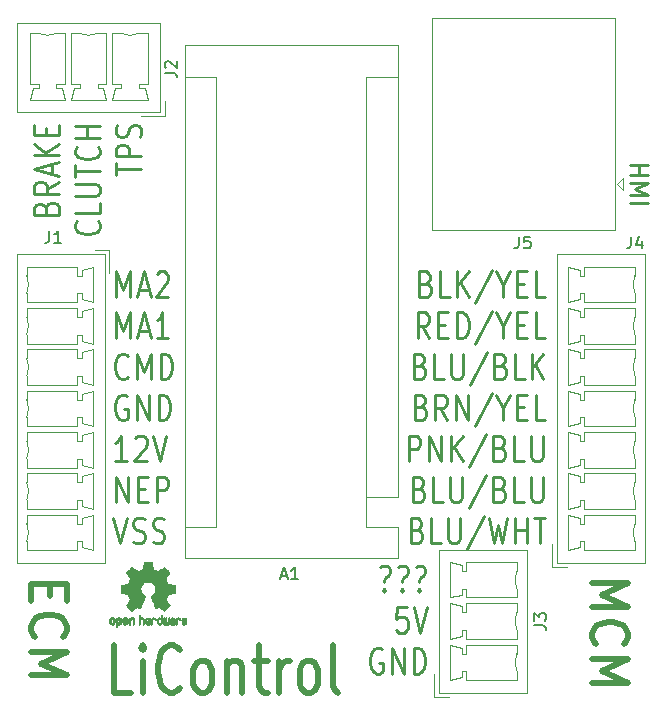
<source format=gbr>
%TF.GenerationSoftware,KiCad,Pcbnew,(5.1.9-0-10_14)*%
%TF.CreationDate,2023-02-10T00:43:38-05:00*%
%TF.ProjectId,LiControl,4c69436f-6e74-4726-9f6c-2e6b69636164,rev?*%
%TF.SameCoordinates,Original*%
%TF.FileFunction,Legend,Top*%
%TF.FilePolarity,Positive*%
%FSLAX46Y46*%
G04 Gerber Fmt 4.6, Leading zero omitted, Abs format (unit mm)*
G04 Created by KiCad (PCBNEW (5.1.9-0-10_14)) date 2023-02-10 00:43:38*
%MOMM*%
%LPD*%
G01*
G04 APERTURE LIST*
%ADD10C,0.250000*%
%ADD11C,0.500000*%
%ADD12C,0.010000*%
%ADD13C,0.120000*%
%ADD14C,0.150000*%
G04 APERTURE END LIST*
D10*
X139071428Y-68857142D02*
X140571428Y-68857142D01*
X139857142Y-68857142D02*
X139857142Y-69714285D01*
X139071428Y-69714285D02*
X140571428Y-69714285D01*
X139071428Y-70428571D02*
X140571428Y-70428571D01*
X139500000Y-70928571D01*
X140571428Y-71428571D01*
X139071428Y-71428571D01*
X139071428Y-72142857D02*
X140571428Y-72142857D01*
X89621428Y-72495833D02*
X89723809Y-72245833D01*
X89826190Y-72162500D01*
X90030952Y-72079166D01*
X90338095Y-72079166D01*
X90542857Y-72162500D01*
X90645238Y-72245833D01*
X90747619Y-72412500D01*
X90747619Y-73079166D01*
X88597619Y-73079166D01*
X88597619Y-72495833D01*
X88700000Y-72329166D01*
X88802380Y-72245833D01*
X89007142Y-72162500D01*
X89211904Y-72162500D01*
X89416666Y-72245833D01*
X89519047Y-72329166D01*
X89621428Y-72495833D01*
X89621428Y-73079166D01*
X90747619Y-70329166D02*
X89723809Y-70912500D01*
X90747619Y-71329166D02*
X88597619Y-71329166D01*
X88597619Y-70662500D01*
X88700000Y-70495833D01*
X88802380Y-70412500D01*
X89007142Y-70329166D01*
X89314285Y-70329166D01*
X89519047Y-70412500D01*
X89621428Y-70495833D01*
X89723809Y-70662500D01*
X89723809Y-71329166D01*
X90133333Y-69662500D02*
X90133333Y-68829166D01*
X90747619Y-69829166D02*
X88597619Y-69245833D01*
X90747619Y-68662500D01*
X90747619Y-68079166D02*
X88597619Y-68079166D01*
X90747619Y-67079166D02*
X89519047Y-67829166D01*
X88597619Y-67079166D02*
X89826190Y-68079166D01*
X89621428Y-66329166D02*
X89621428Y-65745833D01*
X90747619Y-65495833D02*
X90747619Y-66329166D01*
X88597619Y-66329166D01*
X88597619Y-65495833D01*
X94017857Y-73662500D02*
X94120238Y-73745833D01*
X94222619Y-73995833D01*
X94222619Y-74162500D01*
X94120238Y-74412500D01*
X93915476Y-74579166D01*
X93710714Y-74662500D01*
X93301190Y-74745833D01*
X92994047Y-74745833D01*
X92584523Y-74662500D01*
X92379761Y-74579166D01*
X92175000Y-74412500D01*
X92072619Y-74162500D01*
X92072619Y-73995833D01*
X92175000Y-73745833D01*
X92277380Y-73662500D01*
X94222619Y-72079166D02*
X94222619Y-72912500D01*
X92072619Y-72912500D01*
X92072619Y-71495833D02*
X93813095Y-71495833D01*
X94017857Y-71412500D01*
X94120238Y-71329166D01*
X94222619Y-71162500D01*
X94222619Y-70829166D01*
X94120238Y-70662500D01*
X94017857Y-70579166D01*
X93813095Y-70495833D01*
X92072619Y-70495833D01*
X92072619Y-69912500D02*
X92072619Y-68912500D01*
X94222619Y-69412500D02*
X92072619Y-69412500D01*
X94017857Y-67329166D02*
X94120238Y-67412500D01*
X94222619Y-67662500D01*
X94222619Y-67829166D01*
X94120238Y-68079166D01*
X93915476Y-68245833D01*
X93710714Y-68329166D01*
X93301190Y-68412500D01*
X92994047Y-68412500D01*
X92584523Y-68329166D01*
X92379761Y-68245833D01*
X92175000Y-68079166D01*
X92072619Y-67829166D01*
X92072619Y-67662500D01*
X92175000Y-67412500D01*
X92277380Y-67329166D01*
X94222619Y-66579166D02*
X92072619Y-66579166D01*
X93096428Y-66579166D02*
X93096428Y-65579166D01*
X94222619Y-65579166D02*
X92072619Y-65579166D01*
X95547619Y-69745833D02*
X95547619Y-68745833D01*
X97697619Y-69245833D02*
X95547619Y-69245833D01*
X97697619Y-68162500D02*
X95547619Y-68162500D01*
X95547619Y-67495833D01*
X95650000Y-67329166D01*
X95752380Y-67245833D01*
X95957142Y-67162500D01*
X96264285Y-67162500D01*
X96469047Y-67245833D01*
X96571428Y-67329166D01*
X96673809Y-67495833D01*
X96673809Y-68162500D01*
X97595238Y-66495833D02*
X97697619Y-66245833D01*
X97697619Y-65829166D01*
X97595238Y-65662500D01*
X97492857Y-65579166D01*
X97288095Y-65495833D01*
X97083333Y-65495833D01*
X96878571Y-65579166D01*
X96776190Y-65662500D01*
X96673809Y-65829166D01*
X96571428Y-66162500D01*
X96469047Y-66329166D01*
X96366666Y-66412500D01*
X96161904Y-66495833D01*
X95957142Y-66495833D01*
X95752380Y-66412500D01*
X95650000Y-66329166D01*
X95547619Y-66162500D01*
X95547619Y-65745833D01*
X95650000Y-65495833D01*
D11*
X96821428Y-113559523D02*
X95392857Y-113559523D01*
X95392857Y-109559523D01*
X97821428Y-113559523D02*
X97821428Y-110892857D01*
X97821428Y-109559523D02*
X97678571Y-109750000D01*
X97821428Y-109940476D01*
X97964285Y-109750000D01*
X97821428Y-109559523D01*
X97821428Y-109940476D01*
X100964285Y-113178571D02*
X100821428Y-113369047D01*
X100392857Y-113559523D01*
X100107142Y-113559523D01*
X99678571Y-113369047D01*
X99392857Y-112988095D01*
X99250000Y-112607142D01*
X99107142Y-111845238D01*
X99107142Y-111273809D01*
X99250000Y-110511904D01*
X99392857Y-110130952D01*
X99678571Y-109750000D01*
X100107142Y-109559523D01*
X100392857Y-109559523D01*
X100821428Y-109750000D01*
X100964285Y-109940476D01*
X102678571Y-113559523D02*
X102392857Y-113369047D01*
X102250000Y-113178571D01*
X102107142Y-112797619D01*
X102107142Y-111654761D01*
X102250000Y-111273809D01*
X102392857Y-111083333D01*
X102678571Y-110892857D01*
X103107142Y-110892857D01*
X103392857Y-111083333D01*
X103535714Y-111273809D01*
X103678571Y-111654761D01*
X103678571Y-112797619D01*
X103535714Y-113178571D01*
X103392857Y-113369047D01*
X103107142Y-113559523D01*
X102678571Y-113559523D01*
X104964285Y-110892857D02*
X104964285Y-113559523D01*
X104964285Y-111273809D02*
X105107142Y-111083333D01*
X105392857Y-110892857D01*
X105821428Y-110892857D01*
X106107142Y-111083333D01*
X106250000Y-111464285D01*
X106250000Y-113559523D01*
X107250000Y-110892857D02*
X108392857Y-110892857D01*
X107678571Y-109559523D02*
X107678571Y-112988095D01*
X107821428Y-113369047D01*
X108107142Y-113559523D01*
X108392857Y-113559523D01*
X109392857Y-113559523D02*
X109392857Y-110892857D01*
X109392857Y-111654761D02*
X109535714Y-111273809D01*
X109678571Y-111083333D01*
X109964285Y-110892857D01*
X110250000Y-110892857D01*
X111678571Y-113559523D02*
X111392857Y-113369047D01*
X111250000Y-113178571D01*
X111107142Y-112797619D01*
X111107142Y-111654761D01*
X111250000Y-111273809D01*
X111392857Y-111083333D01*
X111678571Y-110892857D01*
X112107142Y-110892857D01*
X112392857Y-111083333D01*
X112535714Y-111273809D01*
X112678571Y-111654761D01*
X112678571Y-112797619D01*
X112535714Y-113178571D01*
X112392857Y-113369047D01*
X112107142Y-113559523D01*
X111678571Y-113559523D01*
X114392857Y-113559523D02*
X114107142Y-113369047D01*
X113964285Y-112988095D01*
X113964285Y-109559523D01*
X135892857Y-104285714D02*
X138892857Y-104285714D01*
X136750000Y-105285714D01*
X138892857Y-106285714D01*
X135892857Y-106285714D01*
X136178571Y-109428571D02*
X136035714Y-109285714D01*
X135892857Y-108857142D01*
X135892857Y-108571428D01*
X136035714Y-108142857D01*
X136321428Y-107857142D01*
X136607142Y-107714285D01*
X137178571Y-107571428D01*
X137607142Y-107571428D01*
X138178571Y-107714285D01*
X138464285Y-107857142D01*
X138750000Y-108142857D01*
X138892857Y-108571428D01*
X138892857Y-108857142D01*
X138750000Y-109285714D01*
X138607142Y-109428571D01*
X135892857Y-110714285D02*
X138892857Y-110714285D01*
X136750000Y-111714285D01*
X138892857Y-112714285D01*
X135892857Y-112714285D01*
X89964285Y-104392857D02*
X89964285Y-105392857D01*
X88392857Y-105821428D02*
X88392857Y-104392857D01*
X91392857Y-104392857D01*
X91392857Y-105821428D01*
X88678571Y-108821428D02*
X88535714Y-108678571D01*
X88392857Y-108250000D01*
X88392857Y-107964285D01*
X88535714Y-107535714D01*
X88821428Y-107250000D01*
X89107142Y-107107142D01*
X89678571Y-106964285D01*
X90107142Y-106964285D01*
X90678571Y-107107142D01*
X90964285Y-107250000D01*
X91250000Y-107535714D01*
X91392857Y-107964285D01*
X91392857Y-108250000D01*
X91250000Y-108678571D01*
X91107142Y-108821428D01*
X88392857Y-110107142D02*
X91392857Y-110107142D01*
X89250000Y-111107142D01*
X91392857Y-112107142D01*
X88392857Y-112107142D01*
D10*
X118254166Y-104792857D02*
X118337500Y-104895238D01*
X118254166Y-104997619D01*
X118170833Y-104895238D01*
X118254166Y-104792857D01*
X118254166Y-104997619D01*
X117920833Y-102950000D02*
X118087500Y-102847619D01*
X118504166Y-102847619D01*
X118670833Y-102950000D01*
X118754166Y-103154761D01*
X118754166Y-103359523D01*
X118670833Y-103564285D01*
X118587500Y-103666666D01*
X118420833Y-103769047D01*
X118337500Y-103871428D01*
X118254166Y-104076190D01*
X118254166Y-104178571D01*
X119754166Y-104792857D02*
X119837500Y-104895238D01*
X119754166Y-104997619D01*
X119670833Y-104895238D01*
X119754166Y-104792857D01*
X119754166Y-104997619D01*
X119420833Y-102950000D02*
X119587500Y-102847619D01*
X120004166Y-102847619D01*
X120170833Y-102950000D01*
X120254166Y-103154761D01*
X120254166Y-103359523D01*
X120170833Y-103564285D01*
X120087500Y-103666666D01*
X119920833Y-103769047D01*
X119837500Y-103871428D01*
X119754166Y-104076190D01*
X119754166Y-104178571D01*
X121254166Y-104792857D02*
X121337500Y-104895238D01*
X121254166Y-104997619D01*
X121170833Y-104895238D01*
X121254166Y-104792857D01*
X121254166Y-104997619D01*
X120920833Y-102950000D02*
X121087500Y-102847619D01*
X121504166Y-102847619D01*
X121670833Y-102950000D01*
X121754166Y-103154761D01*
X121754166Y-103359523D01*
X121670833Y-103564285D01*
X121587500Y-103666666D01*
X121420833Y-103769047D01*
X121337500Y-103871428D01*
X121254166Y-104076190D01*
X121254166Y-104178571D01*
X120170833Y-106322619D02*
X119337500Y-106322619D01*
X119254166Y-107346428D01*
X119337500Y-107244047D01*
X119504166Y-107141666D01*
X119920833Y-107141666D01*
X120087500Y-107244047D01*
X120170833Y-107346428D01*
X120254166Y-107551190D01*
X120254166Y-108063095D01*
X120170833Y-108267857D01*
X120087500Y-108370238D01*
X119920833Y-108472619D01*
X119504166Y-108472619D01*
X119337500Y-108370238D01*
X119254166Y-108267857D01*
X120754166Y-106322619D02*
X121337500Y-108472619D01*
X121920833Y-106322619D01*
X118087500Y-109900000D02*
X117920833Y-109797619D01*
X117670833Y-109797619D01*
X117420833Y-109900000D01*
X117254166Y-110104761D01*
X117170833Y-110309523D01*
X117087500Y-110719047D01*
X117087500Y-111026190D01*
X117170833Y-111435714D01*
X117254166Y-111640476D01*
X117420833Y-111845238D01*
X117670833Y-111947619D01*
X117837500Y-111947619D01*
X118087500Y-111845238D01*
X118170833Y-111742857D01*
X118170833Y-111026190D01*
X117837500Y-111026190D01*
X118920833Y-111947619D02*
X118920833Y-109797619D01*
X119920833Y-111947619D01*
X119920833Y-109797619D01*
X120754166Y-111947619D02*
X120754166Y-109797619D01*
X121170833Y-109797619D01*
X121420833Y-109900000D01*
X121587500Y-110104761D01*
X121670833Y-110309523D01*
X121754166Y-110719047D01*
X121754166Y-111026190D01*
X121670833Y-111435714D01*
X121587500Y-111640476D01*
X121420833Y-111845238D01*
X121170833Y-111947619D01*
X120754166Y-111947619D01*
X121837500Y-78921428D02*
X122087500Y-79023809D01*
X122170833Y-79126190D01*
X122254166Y-79330952D01*
X122254166Y-79638095D01*
X122170833Y-79842857D01*
X122087500Y-79945238D01*
X121920833Y-80047619D01*
X121254166Y-80047619D01*
X121254166Y-77897619D01*
X121837500Y-77897619D01*
X122004166Y-78000000D01*
X122087500Y-78102380D01*
X122170833Y-78307142D01*
X122170833Y-78511904D01*
X122087500Y-78716666D01*
X122004166Y-78819047D01*
X121837500Y-78921428D01*
X121254166Y-78921428D01*
X123837500Y-80047619D02*
X123004166Y-80047619D01*
X123004166Y-77897619D01*
X124420833Y-80047619D02*
X124420833Y-77897619D01*
X125420833Y-80047619D02*
X124670833Y-78819047D01*
X125420833Y-77897619D02*
X124420833Y-79126190D01*
X127420833Y-77795238D02*
X125920833Y-80559523D01*
X128337500Y-79023809D02*
X128337500Y-80047619D01*
X127754166Y-77897619D02*
X128337500Y-79023809D01*
X128920833Y-77897619D01*
X129504166Y-78921428D02*
X130087500Y-78921428D01*
X130337500Y-80047619D02*
X129504166Y-80047619D01*
X129504166Y-77897619D01*
X130337500Y-77897619D01*
X131920833Y-80047619D02*
X131087500Y-80047619D01*
X131087500Y-77897619D01*
X122087500Y-83522619D02*
X121504166Y-82498809D01*
X121087500Y-83522619D02*
X121087500Y-81372619D01*
X121754166Y-81372619D01*
X121920833Y-81475000D01*
X122004166Y-81577380D01*
X122087500Y-81782142D01*
X122087500Y-82089285D01*
X122004166Y-82294047D01*
X121920833Y-82396428D01*
X121754166Y-82498809D01*
X121087500Y-82498809D01*
X122837500Y-82396428D02*
X123420833Y-82396428D01*
X123670833Y-83522619D02*
X122837500Y-83522619D01*
X122837500Y-81372619D01*
X123670833Y-81372619D01*
X124420833Y-83522619D02*
X124420833Y-81372619D01*
X124837500Y-81372619D01*
X125087500Y-81475000D01*
X125254166Y-81679761D01*
X125337500Y-81884523D01*
X125420833Y-82294047D01*
X125420833Y-82601190D01*
X125337500Y-83010714D01*
X125254166Y-83215476D01*
X125087500Y-83420238D01*
X124837500Y-83522619D01*
X124420833Y-83522619D01*
X127420833Y-81270238D02*
X125920833Y-84034523D01*
X128337500Y-82498809D02*
X128337500Y-83522619D01*
X127754166Y-81372619D02*
X128337500Y-82498809D01*
X128920833Y-81372619D01*
X129504166Y-82396428D02*
X130087500Y-82396428D01*
X130337500Y-83522619D02*
X129504166Y-83522619D01*
X129504166Y-81372619D01*
X130337500Y-81372619D01*
X131920833Y-83522619D02*
X131087500Y-83522619D01*
X131087500Y-81372619D01*
X121337500Y-85871428D02*
X121587500Y-85973809D01*
X121670833Y-86076190D01*
X121754166Y-86280952D01*
X121754166Y-86588095D01*
X121670833Y-86792857D01*
X121587500Y-86895238D01*
X121420833Y-86997619D01*
X120754166Y-86997619D01*
X120754166Y-84847619D01*
X121337500Y-84847619D01*
X121504166Y-84950000D01*
X121587500Y-85052380D01*
X121670833Y-85257142D01*
X121670833Y-85461904D01*
X121587500Y-85666666D01*
X121504166Y-85769047D01*
X121337500Y-85871428D01*
X120754166Y-85871428D01*
X123337500Y-86997619D02*
X122504166Y-86997619D01*
X122504166Y-84847619D01*
X123920833Y-84847619D02*
X123920833Y-86588095D01*
X124004166Y-86792857D01*
X124087500Y-86895238D01*
X124254166Y-86997619D01*
X124587500Y-86997619D01*
X124754166Y-86895238D01*
X124837500Y-86792857D01*
X124920833Y-86588095D01*
X124920833Y-84847619D01*
X127004166Y-84745238D02*
X125504166Y-87509523D01*
X128170833Y-85871428D02*
X128420833Y-85973809D01*
X128504166Y-86076190D01*
X128587500Y-86280952D01*
X128587500Y-86588095D01*
X128504166Y-86792857D01*
X128420833Y-86895238D01*
X128254166Y-86997619D01*
X127587500Y-86997619D01*
X127587500Y-84847619D01*
X128170833Y-84847619D01*
X128337500Y-84950000D01*
X128420833Y-85052380D01*
X128504166Y-85257142D01*
X128504166Y-85461904D01*
X128420833Y-85666666D01*
X128337500Y-85769047D01*
X128170833Y-85871428D01*
X127587500Y-85871428D01*
X130170833Y-86997619D02*
X129337500Y-86997619D01*
X129337500Y-84847619D01*
X130754166Y-86997619D02*
X130754166Y-84847619D01*
X131754166Y-86997619D02*
X131004166Y-85769047D01*
X131754166Y-84847619D02*
X130754166Y-86076190D01*
X121420833Y-89346428D02*
X121670833Y-89448809D01*
X121754166Y-89551190D01*
X121837500Y-89755952D01*
X121837500Y-90063095D01*
X121754166Y-90267857D01*
X121670833Y-90370238D01*
X121504166Y-90472619D01*
X120837500Y-90472619D01*
X120837500Y-88322619D01*
X121420833Y-88322619D01*
X121587500Y-88425000D01*
X121670833Y-88527380D01*
X121754166Y-88732142D01*
X121754166Y-88936904D01*
X121670833Y-89141666D01*
X121587500Y-89244047D01*
X121420833Y-89346428D01*
X120837500Y-89346428D01*
X123587500Y-90472619D02*
X123004166Y-89448809D01*
X122587500Y-90472619D02*
X122587500Y-88322619D01*
X123254166Y-88322619D01*
X123420833Y-88425000D01*
X123504166Y-88527380D01*
X123587500Y-88732142D01*
X123587500Y-89039285D01*
X123504166Y-89244047D01*
X123420833Y-89346428D01*
X123254166Y-89448809D01*
X122587500Y-89448809D01*
X124337500Y-90472619D02*
X124337500Y-88322619D01*
X125337500Y-90472619D01*
X125337500Y-88322619D01*
X127420833Y-88220238D02*
X125920833Y-90984523D01*
X128337500Y-89448809D02*
X128337500Y-90472619D01*
X127754166Y-88322619D02*
X128337500Y-89448809D01*
X128920833Y-88322619D01*
X129504166Y-89346428D02*
X130087500Y-89346428D01*
X130337500Y-90472619D02*
X129504166Y-90472619D01*
X129504166Y-88322619D01*
X130337500Y-88322619D01*
X131920833Y-90472619D02*
X131087500Y-90472619D01*
X131087500Y-88322619D01*
X120337500Y-93947619D02*
X120337500Y-91797619D01*
X121004166Y-91797619D01*
X121170833Y-91900000D01*
X121254166Y-92002380D01*
X121337500Y-92207142D01*
X121337500Y-92514285D01*
X121254166Y-92719047D01*
X121170833Y-92821428D01*
X121004166Y-92923809D01*
X120337500Y-92923809D01*
X122087500Y-93947619D02*
X122087500Y-91797619D01*
X123087500Y-93947619D01*
X123087500Y-91797619D01*
X123920833Y-93947619D02*
X123920833Y-91797619D01*
X124920833Y-93947619D02*
X124170833Y-92719047D01*
X124920833Y-91797619D02*
X123920833Y-93026190D01*
X126920833Y-91695238D02*
X125420833Y-94459523D01*
X128087500Y-92821428D02*
X128337500Y-92923809D01*
X128420833Y-93026190D01*
X128504166Y-93230952D01*
X128504166Y-93538095D01*
X128420833Y-93742857D01*
X128337500Y-93845238D01*
X128170833Y-93947619D01*
X127504166Y-93947619D01*
X127504166Y-91797619D01*
X128087500Y-91797619D01*
X128254166Y-91900000D01*
X128337500Y-92002380D01*
X128420833Y-92207142D01*
X128420833Y-92411904D01*
X128337500Y-92616666D01*
X128254166Y-92719047D01*
X128087500Y-92821428D01*
X127504166Y-92821428D01*
X130087500Y-93947619D02*
X129254166Y-93947619D01*
X129254166Y-91797619D01*
X130670833Y-91797619D02*
X130670833Y-93538095D01*
X130754166Y-93742857D01*
X130837500Y-93845238D01*
X131004166Y-93947619D01*
X131337500Y-93947619D01*
X131504166Y-93845238D01*
X131587500Y-93742857D01*
X131670833Y-93538095D01*
X131670833Y-91797619D01*
X121254166Y-96296428D02*
X121504166Y-96398809D01*
X121587500Y-96501190D01*
X121670833Y-96705952D01*
X121670833Y-97013095D01*
X121587500Y-97217857D01*
X121504166Y-97320238D01*
X121337500Y-97422619D01*
X120670833Y-97422619D01*
X120670833Y-95272619D01*
X121254166Y-95272619D01*
X121420833Y-95375000D01*
X121504166Y-95477380D01*
X121587500Y-95682142D01*
X121587500Y-95886904D01*
X121504166Y-96091666D01*
X121420833Y-96194047D01*
X121254166Y-96296428D01*
X120670833Y-96296428D01*
X123254166Y-97422619D02*
X122420833Y-97422619D01*
X122420833Y-95272619D01*
X123837500Y-95272619D02*
X123837500Y-97013095D01*
X123920833Y-97217857D01*
X124004166Y-97320238D01*
X124170833Y-97422619D01*
X124504166Y-97422619D01*
X124670833Y-97320238D01*
X124754166Y-97217857D01*
X124837500Y-97013095D01*
X124837500Y-95272619D01*
X126920833Y-95170238D02*
X125420833Y-97934523D01*
X128087500Y-96296428D02*
X128337500Y-96398809D01*
X128420833Y-96501190D01*
X128504166Y-96705952D01*
X128504166Y-97013095D01*
X128420833Y-97217857D01*
X128337500Y-97320238D01*
X128170833Y-97422619D01*
X127504166Y-97422619D01*
X127504166Y-95272619D01*
X128087500Y-95272619D01*
X128254166Y-95375000D01*
X128337500Y-95477380D01*
X128420833Y-95682142D01*
X128420833Y-95886904D01*
X128337500Y-96091666D01*
X128254166Y-96194047D01*
X128087500Y-96296428D01*
X127504166Y-96296428D01*
X130087500Y-97422619D02*
X129254166Y-97422619D01*
X129254166Y-95272619D01*
X130670833Y-95272619D02*
X130670833Y-97013095D01*
X130754166Y-97217857D01*
X130837500Y-97320238D01*
X131004166Y-97422619D01*
X131337500Y-97422619D01*
X131504166Y-97320238D01*
X131587500Y-97217857D01*
X131670833Y-97013095D01*
X131670833Y-95272619D01*
X121087500Y-99771428D02*
X121337500Y-99873809D01*
X121420833Y-99976190D01*
X121504166Y-100180952D01*
X121504166Y-100488095D01*
X121420833Y-100692857D01*
X121337500Y-100795238D01*
X121170833Y-100897619D01*
X120504166Y-100897619D01*
X120504166Y-98747619D01*
X121087500Y-98747619D01*
X121254166Y-98850000D01*
X121337500Y-98952380D01*
X121420833Y-99157142D01*
X121420833Y-99361904D01*
X121337500Y-99566666D01*
X121254166Y-99669047D01*
X121087500Y-99771428D01*
X120504166Y-99771428D01*
X123087500Y-100897619D02*
X122254166Y-100897619D01*
X122254166Y-98747619D01*
X123670833Y-98747619D02*
X123670833Y-100488095D01*
X123754166Y-100692857D01*
X123837500Y-100795238D01*
X124004166Y-100897619D01*
X124337500Y-100897619D01*
X124504166Y-100795238D01*
X124587500Y-100692857D01*
X124670833Y-100488095D01*
X124670833Y-98747619D01*
X126754166Y-98645238D02*
X125254166Y-101409523D01*
X127170833Y-98747619D02*
X127587500Y-100897619D01*
X127920833Y-99361904D01*
X128254166Y-100897619D01*
X128670833Y-98747619D01*
X129337500Y-100897619D02*
X129337500Y-98747619D01*
X129337500Y-99771428D02*
X130337500Y-99771428D01*
X130337500Y-100897619D02*
X130337500Y-98747619D01*
X130920833Y-98747619D02*
X131920833Y-98747619D01*
X131420833Y-100897619D02*
X131420833Y-98747619D01*
X95579166Y-80047619D02*
X95579166Y-77897619D01*
X96162500Y-79433333D01*
X96745833Y-77897619D01*
X96745833Y-80047619D01*
X97495833Y-79433333D02*
X98329166Y-79433333D01*
X97329166Y-80047619D02*
X97912500Y-77897619D01*
X98495833Y-80047619D01*
X98995833Y-78102380D02*
X99079166Y-78000000D01*
X99245833Y-77897619D01*
X99662500Y-77897619D01*
X99829166Y-78000000D01*
X99912500Y-78102380D01*
X99995833Y-78307142D01*
X99995833Y-78511904D01*
X99912500Y-78819047D01*
X98912500Y-80047619D01*
X99995833Y-80047619D01*
X95579166Y-83522619D02*
X95579166Y-81372619D01*
X96162500Y-82908333D01*
X96745833Y-81372619D01*
X96745833Y-83522619D01*
X97495833Y-82908333D02*
X98329166Y-82908333D01*
X97329166Y-83522619D02*
X97912500Y-81372619D01*
X98495833Y-83522619D01*
X99995833Y-83522619D02*
X98995833Y-83522619D01*
X99495833Y-83522619D02*
X99495833Y-81372619D01*
X99329166Y-81679761D01*
X99162500Y-81884523D01*
X98995833Y-81986904D01*
X96579166Y-86792857D02*
X96495833Y-86895238D01*
X96245833Y-86997619D01*
X96079166Y-86997619D01*
X95829166Y-86895238D01*
X95662500Y-86690476D01*
X95579166Y-86485714D01*
X95495833Y-86076190D01*
X95495833Y-85769047D01*
X95579166Y-85359523D01*
X95662500Y-85154761D01*
X95829166Y-84950000D01*
X96079166Y-84847619D01*
X96245833Y-84847619D01*
X96495833Y-84950000D01*
X96579166Y-85052380D01*
X97329166Y-86997619D02*
X97329166Y-84847619D01*
X97912500Y-86383333D01*
X98495833Y-84847619D01*
X98495833Y-86997619D01*
X99329166Y-86997619D02*
X99329166Y-84847619D01*
X99745833Y-84847619D01*
X99995833Y-84950000D01*
X100162500Y-85154761D01*
X100245833Y-85359523D01*
X100329166Y-85769047D01*
X100329166Y-86076190D01*
X100245833Y-86485714D01*
X100162500Y-86690476D01*
X99995833Y-86895238D01*
X99745833Y-86997619D01*
X99329166Y-86997619D01*
X96495833Y-88425000D02*
X96329166Y-88322619D01*
X96079166Y-88322619D01*
X95829166Y-88425000D01*
X95662500Y-88629761D01*
X95579166Y-88834523D01*
X95495833Y-89244047D01*
X95495833Y-89551190D01*
X95579166Y-89960714D01*
X95662500Y-90165476D01*
X95829166Y-90370238D01*
X96079166Y-90472619D01*
X96245833Y-90472619D01*
X96495833Y-90370238D01*
X96579166Y-90267857D01*
X96579166Y-89551190D01*
X96245833Y-89551190D01*
X97329166Y-90472619D02*
X97329166Y-88322619D01*
X98329166Y-90472619D01*
X98329166Y-88322619D01*
X99162500Y-90472619D02*
X99162500Y-88322619D01*
X99579166Y-88322619D01*
X99829166Y-88425000D01*
X99995833Y-88629761D01*
X100079166Y-88834523D01*
X100162500Y-89244047D01*
X100162500Y-89551190D01*
X100079166Y-89960714D01*
X99995833Y-90165476D01*
X99829166Y-90370238D01*
X99579166Y-90472619D01*
X99162500Y-90472619D01*
X96495833Y-93947619D02*
X95495833Y-93947619D01*
X95995833Y-93947619D02*
X95995833Y-91797619D01*
X95829166Y-92104761D01*
X95662500Y-92309523D01*
X95495833Y-92411904D01*
X97162500Y-92002380D02*
X97245833Y-91900000D01*
X97412500Y-91797619D01*
X97829166Y-91797619D01*
X97995833Y-91900000D01*
X98079166Y-92002380D01*
X98162500Y-92207142D01*
X98162500Y-92411904D01*
X98079166Y-92719047D01*
X97079166Y-93947619D01*
X98162500Y-93947619D01*
X98662500Y-91797619D02*
X99245833Y-93947619D01*
X99829166Y-91797619D01*
X95579166Y-97422619D02*
X95579166Y-95272619D01*
X96579166Y-97422619D01*
X96579166Y-95272619D01*
X97412500Y-96296428D02*
X97995833Y-96296428D01*
X98245833Y-97422619D02*
X97412500Y-97422619D01*
X97412500Y-95272619D01*
X98245833Y-95272619D01*
X98995833Y-97422619D02*
X98995833Y-95272619D01*
X99662500Y-95272619D01*
X99829166Y-95375000D01*
X99912500Y-95477380D01*
X99995833Y-95682142D01*
X99995833Y-95989285D01*
X99912500Y-96194047D01*
X99829166Y-96296428D01*
X99662500Y-96398809D01*
X98995833Y-96398809D01*
X95329166Y-98747619D02*
X95912500Y-100897619D01*
X96495833Y-98747619D01*
X96995833Y-100795238D02*
X97245833Y-100897619D01*
X97662500Y-100897619D01*
X97829166Y-100795238D01*
X97912500Y-100692857D01*
X97995833Y-100488095D01*
X97995833Y-100283333D01*
X97912500Y-100078571D01*
X97829166Y-99976190D01*
X97662500Y-99873809D01*
X97329166Y-99771428D01*
X97162500Y-99669047D01*
X97079166Y-99566666D01*
X96995833Y-99361904D01*
X96995833Y-99157142D01*
X97079166Y-98952380D01*
X97162500Y-98850000D01*
X97329166Y-98747619D01*
X97745833Y-98747619D01*
X97995833Y-98850000D01*
X98662500Y-100795238D02*
X98912500Y-100897619D01*
X99329166Y-100897619D01*
X99495833Y-100795238D01*
X99579166Y-100692857D01*
X99662500Y-100488095D01*
X99662500Y-100283333D01*
X99579166Y-100078571D01*
X99495833Y-99976190D01*
X99329166Y-99873809D01*
X98995833Y-99771428D01*
X98829166Y-99669047D01*
X98745833Y-99566666D01*
X98662500Y-99361904D01*
X98662500Y-99157142D01*
X98745833Y-98952380D01*
X98829166Y-98850000D01*
X98995833Y-98747619D01*
X99412500Y-98747619D01*
X99662500Y-98850000D01*
D12*
%TO.C,REF\u002A\u002A*%
G36*
X95849744Y-107169918D02*
G01*
X95905201Y-107197568D01*
X95954148Y-107248480D01*
X95967629Y-107267338D01*
X95982314Y-107292015D01*
X95991842Y-107318816D01*
X95997293Y-107354587D01*
X95999747Y-107406169D01*
X96000286Y-107474267D01*
X95997852Y-107567588D01*
X95989394Y-107637657D01*
X95973174Y-107689931D01*
X95947454Y-107729869D01*
X95910497Y-107762929D01*
X95907782Y-107764886D01*
X95871360Y-107784908D01*
X95827502Y-107794815D01*
X95771724Y-107797257D01*
X95681048Y-107797257D01*
X95681010Y-107885283D01*
X95680166Y-107934308D01*
X95675024Y-107963065D01*
X95661587Y-107980311D01*
X95635858Y-107994808D01*
X95629679Y-107997769D01*
X95600764Y-108011648D01*
X95578376Y-108020414D01*
X95561729Y-108021171D01*
X95550036Y-108011023D01*
X95542510Y-107987073D01*
X95538366Y-107946426D01*
X95536815Y-107886186D01*
X95537071Y-107803455D01*
X95538349Y-107695339D01*
X95538748Y-107663000D01*
X95540185Y-107551524D01*
X95541472Y-107478603D01*
X95680971Y-107478603D01*
X95681755Y-107540499D01*
X95685240Y-107580997D01*
X95693124Y-107607708D01*
X95707105Y-107628244D01*
X95716597Y-107638260D01*
X95755404Y-107667567D01*
X95789763Y-107669952D01*
X95825216Y-107645750D01*
X95826114Y-107644857D01*
X95840539Y-107626153D01*
X95849313Y-107600732D01*
X95853739Y-107561584D01*
X95855118Y-107501697D01*
X95855143Y-107488430D01*
X95851812Y-107405901D01*
X95840969Y-107348691D01*
X95821340Y-107313766D01*
X95791650Y-107298094D01*
X95774491Y-107296514D01*
X95733766Y-107303926D01*
X95705832Y-107328330D01*
X95689017Y-107372980D01*
X95681650Y-107441130D01*
X95680971Y-107478603D01*
X95541472Y-107478603D01*
X95541708Y-107465245D01*
X95543677Y-107400333D01*
X95546450Y-107352958D01*
X95550388Y-107319290D01*
X95555849Y-107295498D01*
X95563192Y-107277753D01*
X95572777Y-107262224D01*
X95576887Y-107256381D01*
X95631405Y-107201185D01*
X95700336Y-107169890D01*
X95780072Y-107161165D01*
X95849744Y-107169918D01*
G37*
X95849744Y-107169918D02*
X95905201Y-107197568D01*
X95954148Y-107248480D01*
X95967629Y-107267338D01*
X95982314Y-107292015D01*
X95991842Y-107318816D01*
X95997293Y-107354587D01*
X95999747Y-107406169D01*
X96000286Y-107474267D01*
X95997852Y-107567588D01*
X95989394Y-107637657D01*
X95973174Y-107689931D01*
X95947454Y-107729869D01*
X95910497Y-107762929D01*
X95907782Y-107764886D01*
X95871360Y-107784908D01*
X95827502Y-107794815D01*
X95771724Y-107797257D01*
X95681048Y-107797257D01*
X95681010Y-107885283D01*
X95680166Y-107934308D01*
X95675024Y-107963065D01*
X95661587Y-107980311D01*
X95635858Y-107994808D01*
X95629679Y-107997769D01*
X95600764Y-108011648D01*
X95578376Y-108020414D01*
X95561729Y-108021171D01*
X95550036Y-108011023D01*
X95542510Y-107987073D01*
X95538366Y-107946426D01*
X95536815Y-107886186D01*
X95537071Y-107803455D01*
X95538349Y-107695339D01*
X95538748Y-107663000D01*
X95540185Y-107551524D01*
X95541472Y-107478603D01*
X95680971Y-107478603D01*
X95681755Y-107540499D01*
X95685240Y-107580997D01*
X95693124Y-107607708D01*
X95707105Y-107628244D01*
X95716597Y-107638260D01*
X95755404Y-107667567D01*
X95789763Y-107669952D01*
X95825216Y-107645750D01*
X95826114Y-107644857D01*
X95840539Y-107626153D01*
X95849313Y-107600732D01*
X95853739Y-107561584D01*
X95855118Y-107501697D01*
X95855143Y-107488430D01*
X95851812Y-107405901D01*
X95840969Y-107348691D01*
X95821340Y-107313766D01*
X95791650Y-107298094D01*
X95774491Y-107296514D01*
X95733766Y-107303926D01*
X95705832Y-107328330D01*
X95689017Y-107372980D01*
X95681650Y-107441130D01*
X95680971Y-107478603D01*
X95541472Y-107478603D01*
X95541708Y-107465245D01*
X95543677Y-107400333D01*
X95546450Y-107352958D01*
X95550388Y-107319290D01*
X95555849Y-107295498D01*
X95563192Y-107277753D01*
X95572777Y-107262224D01*
X95576887Y-107256381D01*
X95631405Y-107201185D01*
X95700336Y-107169890D01*
X95780072Y-107161165D01*
X95849744Y-107169918D01*
G36*
X96966093Y-107177780D02*
G01*
X97012672Y-107204723D01*
X97045057Y-107231466D01*
X97068742Y-107259484D01*
X97085059Y-107293748D01*
X97095339Y-107339227D01*
X97100914Y-107400892D01*
X97103116Y-107483711D01*
X97103371Y-107543246D01*
X97103371Y-107762391D01*
X97041686Y-107790044D01*
X96980000Y-107817697D01*
X96972743Y-107577670D01*
X96969744Y-107488028D01*
X96966598Y-107422962D01*
X96962701Y-107378026D01*
X96957447Y-107348770D01*
X96950231Y-107330748D01*
X96940450Y-107319511D01*
X96937312Y-107317079D01*
X96889761Y-107298083D01*
X96841697Y-107305600D01*
X96813086Y-107325543D01*
X96801447Y-107339675D01*
X96793391Y-107358220D01*
X96788271Y-107386334D01*
X96785441Y-107429173D01*
X96784256Y-107491895D01*
X96784057Y-107557261D01*
X96784018Y-107639268D01*
X96782614Y-107697316D01*
X96777914Y-107736465D01*
X96767987Y-107761780D01*
X96750903Y-107778323D01*
X96724732Y-107791156D01*
X96689775Y-107804491D01*
X96651596Y-107819007D01*
X96656141Y-107561389D01*
X96657971Y-107468519D01*
X96660112Y-107399889D01*
X96663181Y-107350711D01*
X96667794Y-107316198D01*
X96674568Y-107291562D01*
X96684119Y-107272016D01*
X96695634Y-107254770D01*
X96751190Y-107199680D01*
X96818980Y-107167822D01*
X96892713Y-107160191D01*
X96966093Y-107177780D01*
G37*
X96966093Y-107177780D02*
X97012672Y-107204723D01*
X97045057Y-107231466D01*
X97068742Y-107259484D01*
X97085059Y-107293748D01*
X97095339Y-107339227D01*
X97100914Y-107400892D01*
X97103116Y-107483711D01*
X97103371Y-107543246D01*
X97103371Y-107762391D01*
X97041686Y-107790044D01*
X96980000Y-107817697D01*
X96972743Y-107577670D01*
X96969744Y-107488028D01*
X96966598Y-107422962D01*
X96962701Y-107378026D01*
X96957447Y-107348770D01*
X96950231Y-107330748D01*
X96940450Y-107319511D01*
X96937312Y-107317079D01*
X96889761Y-107298083D01*
X96841697Y-107305600D01*
X96813086Y-107325543D01*
X96801447Y-107339675D01*
X96793391Y-107358220D01*
X96788271Y-107386334D01*
X96785441Y-107429173D01*
X96784256Y-107491895D01*
X96784057Y-107557261D01*
X96784018Y-107639268D01*
X96782614Y-107697316D01*
X96777914Y-107736465D01*
X96767987Y-107761780D01*
X96750903Y-107778323D01*
X96724732Y-107791156D01*
X96689775Y-107804491D01*
X96651596Y-107819007D01*
X96656141Y-107561389D01*
X96657971Y-107468519D01*
X96660112Y-107399889D01*
X96663181Y-107350711D01*
X96667794Y-107316198D01*
X96674568Y-107291562D01*
X96684119Y-107272016D01*
X96695634Y-107254770D01*
X96751190Y-107199680D01*
X96818980Y-107167822D01*
X96892713Y-107160191D01*
X96966093Y-107177780D01*
G36*
X95291115Y-107171962D02*
G01*
X95359145Y-107207733D01*
X95409351Y-107265301D01*
X95427185Y-107302312D01*
X95441063Y-107357882D01*
X95448167Y-107428096D01*
X95448840Y-107504727D01*
X95443427Y-107579552D01*
X95432270Y-107644342D01*
X95415714Y-107690873D01*
X95410626Y-107698887D01*
X95350355Y-107758707D01*
X95278769Y-107794535D01*
X95201092Y-107805020D01*
X95122548Y-107788810D01*
X95100689Y-107779092D01*
X95058122Y-107749143D01*
X95020763Y-107709433D01*
X95017232Y-107704397D01*
X95002881Y-107680124D01*
X94993394Y-107654178D01*
X94987790Y-107620022D01*
X94985086Y-107571119D01*
X94984299Y-107500935D01*
X94984286Y-107485200D01*
X94984322Y-107480192D01*
X95129429Y-107480192D01*
X95130273Y-107546430D01*
X95133596Y-107590386D01*
X95140583Y-107618779D01*
X95152416Y-107638325D01*
X95158457Y-107644857D01*
X95193186Y-107669680D01*
X95226903Y-107668548D01*
X95260995Y-107647016D01*
X95281329Y-107624029D01*
X95293371Y-107590478D01*
X95300134Y-107537569D01*
X95300598Y-107531399D01*
X95301752Y-107435513D01*
X95289688Y-107364299D01*
X95264570Y-107318194D01*
X95226560Y-107297635D01*
X95212992Y-107296514D01*
X95177364Y-107302152D01*
X95152994Y-107321686D01*
X95138093Y-107359042D01*
X95130875Y-107418150D01*
X95129429Y-107480192D01*
X94984322Y-107480192D01*
X94984826Y-107410413D01*
X94987096Y-107358159D01*
X94992068Y-107321949D01*
X95000713Y-107295299D01*
X95014005Y-107271722D01*
X95016943Y-107267338D01*
X95066313Y-107208249D01*
X95120109Y-107173947D01*
X95185602Y-107160331D01*
X95207842Y-107159665D01*
X95291115Y-107171962D01*
G37*
X95291115Y-107171962D02*
X95359145Y-107207733D01*
X95409351Y-107265301D01*
X95427185Y-107302312D01*
X95441063Y-107357882D01*
X95448167Y-107428096D01*
X95448840Y-107504727D01*
X95443427Y-107579552D01*
X95432270Y-107644342D01*
X95415714Y-107690873D01*
X95410626Y-107698887D01*
X95350355Y-107758707D01*
X95278769Y-107794535D01*
X95201092Y-107805020D01*
X95122548Y-107788810D01*
X95100689Y-107779092D01*
X95058122Y-107749143D01*
X95020763Y-107709433D01*
X95017232Y-107704397D01*
X95002881Y-107680124D01*
X94993394Y-107654178D01*
X94987790Y-107620022D01*
X94985086Y-107571119D01*
X94984299Y-107500935D01*
X94984286Y-107485200D01*
X94984322Y-107480192D01*
X95129429Y-107480192D01*
X95130273Y-107546430D01*
X95133596Y-107590386D01*
X95140583Y-107618779D01*
X95152416Y-107638325D01*
X95158457Y-107644857D01*
X95193186Y-107669680D01*
X95226903Y-107668548D01*
X95260995Y-107647016D01*
X95281329Y-107624029D01*
X95293371Y-107590478D01*
X95300134Y-107537569D01*
X95300598Y-107531399D01*
X95301752Y-107435513D01*
X95289688Y-107364299D01*
X95264570Y-107318194D01*
X95226560Y-107297635D01*
X95212992Y-107296514D01*
X95177364Y-107302152D01*
X95152994Y-107321686D01*
X95138093Y-107359042D01*
X95130875Y-107418150D01*
X95129429Y-107480192D01*
X94984322Y-107480192D01*
X94984826Y-107410413D01*
X94987096Y-107358159D01*
X94992068Y-107321949D01*
X95000713Y-107295299D01*
X95014005Y-107271722D01*
X95016943Y-107267338D01*
X95066313Y-107208249D01*
X95120109Y-107173947D01*
X95185602Y-107160331D01*
X95207842Y-107159665D01*
X95291115Y-107171962D01*
G36*
X96418303Y-107181239D02*
G01*
X96475527Y-107219735D01*
X96519749Y-107275335D01*
X96546167Y-107346086D01*
X96551510Y-107398162D01*
X96550903Y-107419893D01*
X96545822Y-107436531D01*
X96531855Y-107451437D01*
X96504589Y-107467973D01*
X96459612Y-107489498D01*
X96392511Y-107519374D01*
X96392171Y-107519524D01*
X96330407Y-107547813D01*
X96279759Y-107572933D01*
X96245404Y-107592179D01*
X96232518Y-107602848D01*
X96232514Y-107602934D01*
X96243872Y-107626166D01*
X96270431Y-107651774D01*
X96300923Y-107670221D01*
X96316370Y-107673886D01*
X96358515Y-107661212D01*
X96394808Y-107629471D01*
X96412517Y-107594572D01*
X96429552Y-107568845D01*
X96462922Y-107539546D01*
X96502149Y-107514235D01*
X96536756Y-107500471D01*
X96543993Y-107499714D01*
X96552139Y-107512160D01*
X96552630Y-107543972D01*
X96546643Y-107586866D01*
X96535357Y-107632558D01*
X96519950Y-107672761D01*
X96519171Y-107674322D01*
X96472804Y-107739062D01*
X96412711Y-107783097D01*
X96344465Y-107804711D01*
X96273638Y-107802185D01*
X96205804Y-107773804D01*
X96202788Y-107771808D01*
X96149427Y-107723448D01*
X96114340Y-107660352D01*
X96094922Y-107577387D01*
X96092316Y-107554078D01*
X96087701Y-107444055D01*
X96093233Y-107392748D01*
X96232514Y-107392748D01*
X96234324Y-107424753D01*
X96244222Y-107434093D01*
X96268898Y-107427105D01*
X96307795Y-107410587D01*
X96351275Y-107389881D01*
X96352356Y-107389333D01*
X96389209Y-107369949D01*
X96404000Y-107357013D01*
X96400353Y-107343451D01*
X96384995Y-107325632D01*
X96345923Y-107299845D01*
X96303846Y-107297950D01*
X96266103Y-107316717D01*
X96240034Y-107352915D01*
X96232514Y-107392748D01*
X96093233Y-107392748D01*
X96097194Y-107356027D01*
X96121550Y-107286212D01*
X96155456Y-107237302D01*
X96216653Y-107187878D01*
X96284063Y-107163359D01*
X96352880Y-107161797D01*
X96418303Y-107181239D01*
G37*
X96418303Y-107181239D02*
X96475527Y-107219735D01*
X96519749Y-107275335D01*
X96546167Y-107346086D01*
X96551510Y-107398162D01*
X96550903Y-107419893D01*
X96545822Y-107436531D01*
X96531855Y-107451437D01*
X96504589Y-107467973D01*
X96459612Y-107489498D01*
X96392511Y-107519374D01*
X96392171Y-107519524D01*
X96330407Y-107547813D01*
X96279759Y-107572933D01*
X96245404Y-107592179D01*
X96232518Y-107602848D01*
X96232514Y-107602934D01*
X96243872Y-107626166D01*
X96270431Y-107651774D01*
X96300923Y-107670221D01*
X96316370Y-107673886D01*
X96358515Y-107661212D01*
X96394808Y-107629471D01*
X96412517Y-107594572D01*
X96429552Y-107568845D01*
X96462922Y-107539546D01*
X96502149Y-107514235D01*
X96536756Y-107500471D01*
X96543993Y-107499714D01*
X96552139Y-107512160D01*
X96552630Y-107543972D01*
X96546643Y-107586866D01*
X96535357Y-107632558D01*
X96519950Y-107672761D01*
X96519171Y-107674322D01*
X96472804Y-107739062D01*
X96412711Y-107783097D01*
X96344465Y-107804711D01*
X96273638Y-107802185D01*
X96205804Y-107773804D01*
X96202788Y-107771808D01*
X96149427Y-107723448D01*
X96114340Y-107660352D01*
X96094922Y-107577387D01*
X96092316Y-107554078D01*
X96087701Y-107444055D01*
X96093233Y-107392748D01*
X96232514Y-107392748D01*
X96234324Y-107424753D01*
X96244222Y-107434093D01*
X96268898Y-107427105D01*
X96307795Y-107410587D01*
X96351275Y-107389881D01*
X96352356Y-107389333D01*
X96389209Y-107369949D01*
X96404000Y-107357013D01*
X96400353Y-107343451D01*
X96384995Y-107325632D01*
X96345923Y-107299845D01*
X96303846Y-107297950D01*
X96266103Y-107316717D01*
X96240034Y-107352915D01*
X96232514Y-107392748D01*
X96093233Y-107392748D01*
X96097194Y-107356027D01*
X96121550Y-107286212D01*
X96155456Y-107237302D01*
X96216653Y-107187878D01*
X96284063Y-107163359D01*
X96352880Y-107161797D01*
X96418303Y-107181239D01*
G36*
X97625886Y-107101289D02*
G01*
X97630139Y-107160613D01*
X97635025Y-107195572D01*
X97641795Y-107210820D01*
X97651702Y-107211015D01*
X97654914Y-107209195D01*
X97697644Y-107196015D01*
X97753227Y-107196785D01*
X97809737Y-107210333D01*
X97845082Y-107227861D01*
X97881321Y-107255861D01*
X97907813Y-107287549D01*
X97925999Y-107327813D01*
X97937322Y-107381543D01*
X97943222Y-107453626D01*
X97945143Y-107548951D01*
X97945177Y-107567237D01*
X97945200Y-107772646D01*
X97899491Y-107788580D01*
X97867027Y-107799420D01*
X97849215Y-107804468D01*
X97848691Y-107804514D01*
X97846937Y-107790828D01*
X97845444Y-107753076D01*
X97844326Y-107696224D01*
X97843697Y-107625234D01*
X97843600Y-107582073D01*
X97843398Y-107496973D01*
X97842358Y-107435981D01*
X97839831Y-107394177D01*
X97835164Y-107366642D01*
X97827707Y-107348456D01*
X97816811Y-107334698D01*
X97810007Y-107328073D01*
X97763272Y-107301375D01*
X97712272Y-107299375D01*
X97666001Y-107321955D01*
X97657444Y-107330107D01*
X97644893Y-107345436D01*
X97636188Y-107363618D01*
X97630631Y-107389909D01*
X97627526Y-107429562D01*
X97626176Y-107487832D01*
X97625886Y-107568173D01*
X97625886Y-107772646D01*
X97580177Y-107788580D01*
X97547713Y-107799420D01*
X97529901Y-107804468D01*
X97529377Y-107804514D01*
X97528037Y-107790623D01*
X97526828Y-107751439D01*
X97525801Y-107690700D01*
X97525002Y-107612141D01*
X97524481Y-107519498D01*
X97524286Y-107416509D01*
X97524286Y-107019342D01*
X97571457Y-106999444D01*
X97618629Y-106979547D01*
X97625886Y-107101289D01*
G37*
X97625886Y-107101289D02*
X97630139Y-107160613D01*
X97635025Y-107195572D01*
X97641795Y-107210820D01*
X97651702Y-107211015D01*
X97654914Y-107209195D01*
X97697644Y-107196015D01*
X97753227Y-107196785D01*
X97809737Y-107210333D01*
X97845082Y-107227861D01*
X97881321Y-107255861D01*
X97907813Y-107287549D01*
X97925999Y-107327813D01*
X97937322Y-107381543D01*
X97943222Y-107453626D01*
X97945143Y-107548951D01*
X97945177Y-107567237D01*
X97945200Y-107772646D01*
X97899491Y-107788580D01*
X97867027Y-107799420D01*
X97849215Y-107804468D01*
X97848691Y-107804514D01*
X97846937Y-107790828D01*
X97845444Y-107753076D01*
X97844326Y-107696224D01*
X97843697Y-107625234D01*
X97843600Y-107582073D01*
X97843398Y-107496973D01*
X97842358Y-107435981D01*
X97839831Y-107394177D01*
X97835164Y-107366642D01*
X97827707Y-107348456D01*
X97816811Y-107334698D01*
X97810007Y-107328073D01*
X97763272Y-107301375D01*
X97712272Y-107299375D01*
X97666001Y-107321955D01*
X97657444Y-107330107D01*
X97644893Y-107345436D01*
X97636188Y-107363618D01*
X97630631Y-107389909D01*
X97627526Y-107429562D01*
X97626176Y-107487832D01*
X97625886Y-107568173D01*
X97625886Y-107772646D01*
X97580177Y-107788580D01*
X97547713Y-107799420D01*
X97529901Y-107804468D01*
X97529377Y-107804514D01*
X97528037Y-107790623D01*
X97526828Y-107751439D01*
X97525801Y-107690700D01*
X97525002Y-107612141D01*
X97524481Y-107519498D01*
X97524286Y-107416509D01*
X97524286Y-107019342D01*
X97571457Y-106999444D01*
X97618629Y-106979547D01*
X97625886Y-107101289D01*
G36*
X98289744Y-107200968D02*
G01*
X98346616Y-107222087D01*
X98347267Y-107222493D01*
X98382440Y-107248380D01*
X98408407Y-107278633D01*
X98426670Y-107318058D01*
X98438732Y-107371462D01*
X98446096Y-107443651D01*
X98450264Y-107539432D01*
X98450629Y-107553078D01*
X98455876Y-107758842D01*
X98411716Y-107781678D01*
X98379763Y-107797110D01*
X98360470Y-107804423D01*
X98359578Y-107804514D01*
X98356239Y-107791022D01*
X98353587Y-107754626D01*
X98351956Y-107701452D01*
X98351600Y-107658393D01*
X98351592Y-107588641D01*
X98348403Y-107544837D01*
X98337288Y-107523944D01*
X98313501Y-107522925D01*
X98272296Y-107538741D01*
X98210086Y-107567815D01*
X98164341Y-107591963D01*
X98140813Y-107612913D01*
X98133896Y-107635747D01*
X98133886Y-107636877D01*
X98145299Y-107676212D01*
X98179092Y-107697462D01*
X98230809Y-107700539D01*
X98268061Y-107700006D01*
X98287703Y-107710735D01*
X98299952Y-107736505D01*
X98307002Y-107769337D01*
X98296842Y-107787966D01*
X98293017Y-107790632D01*
X98257001Y-107801340D01*
X98206566Y-107802856D01*
X98154626Y-107795759D01*
X98117822Y-107782788D01*
X98066938Y-107739585D01*
X98038014Y-107679446D01*
X98032286Y-107632462D01*
X98036657Y-107590082D01*
X98052475Y-107555488D01*
X98083797Y-107524763D01*
X98134678Y-107493990D01*
X98209176Y-107459252D01*
X98213714Y-107457288D01*
X98280821Y-107426287D01*
X98322232Y-107400862D01*
X98339981Y-107378014D01*
X98336107Y-107354745D01*
X98312643Y-107328056D01*
X98305627Y-107321914D01*
X98258630Y-107298100D01*
X98209933Y-107299103D01*
X98167522Y-107322451D01*
X98139384Y-107365675D01*
X98136769Y-107374160D01*
X98111308Y-107415308D01*
X98079001Y-107435128D01*
X98032286Y-107454770D01*
X98032286Y-107403950D01*
X98046496Y-107330082D01*
X98088675Y-107262327D01*
X98110624Y-107239661D01*
X98160517Y-107210569D01*
X98223967Y-107197400D01*
X98289744Y-107200968D01*
G37*
X98289744Y-107200968D02*
X98346616Y-107222087D01*
X98347267Y-107222493D01*
X98382440Y-107248380D01*
X98408407Y-107278633D01*
X98426670Y-107318058D01*
X98438732Y-107371462D01*
X98446096Y-107443651D01*
X98450264Y-107539432D01*
X98450629Y-107553078D01*
X98455876Y-107758842D01*
X98411716Y-107781678D01*
X98379763Y-107797110D01*
X98360470Y-107804423D01*
X98359578Y-107804514D01*
X98356239Y-107791022D01*
X98353587Y-107754626D01*
X98351956Y-107701452D01*
X98351600Y-107658393D01*
X98351592Y-107588641D01*
X98348403Y-107544837D01*
X98337288Y-107523944D01*
X98313501Y-107522925D01*
X98272296Y-107538741D01*
X98210086Y-107567815D01*
X98164341Y-107591963D01*
X98140813Y-107612913D01*
X98133896Y-107635747D01*
X98133886Y-107636877D01*
X98145299Y-107676212D01*
X98179092Y-107697462D01*
X98230809Y-107700539D01*
X98268061Y-107700006D01*
X98287703Y-107710735D01*
X98299952Y-107736505D01*
X98307002Y-107769337D01*
X98296842Y-107787966D01*
X98293017Y-107790632D01*
X98257001Y-107801340D01*
X98206566Y-107802856D01*
X98154626Y-107795759D01*
X98117822Y-107782788D01*
X98066938Y-107739585D01*
X98038014Y-107679446D01*
X98032286Y-107632462D01*
X98036657Y-107590082D01*
X98052475Y-107555488D01*
X98083797Y-107524763D01*
X98134678Y-107493990D01*
X98209176Y-107459252D01*
X98213714Y-107457288D01*
X98280821Y-107426287D01*
X98322232Y-107400862D01*
X98339981Y-107378014D01*
X98336107Y-107354745D01*
X98312643Y-107328056D01*
X98305627Y-107321914D01*
X98258630Y-107298100D01*
X98209933Y-107299103D01*
X98167522Y-107322451D01*
X98139384Y-107365675D01*
X98136769Y-107374160D01*
X98111308Y-107415308D01*
X98079001Y-107435128D01*
X98032286Y-107454770D01*
X98032286Y-107403950D01*
X98046496Y-107330082D01*
X98088675Y-107262327D01*
X98110624Y-107239661D01*
X98160517Y-107210569D01*
X98223967Y-107197400D01*
X98289744Y-107200968D01*
G36*
X98779926Y-107199755D02*
G01*
X98845858Y-107224084D01*
X98899273Y-107267117D01*
X98920164Y-107297409D01*
X98942939Y-107352994D01*
X98942466Y-107393186D01*
X98918562Y-107420217D01*
X98909717Y-107424813D01*
X98871530Y-107439144D01*
X98852028Y-107435472D01*
X98845422Y-107411407D01*
X98845086Y-107398114D01*
X98832992Y-107349210D01*
X98801471Y-107314999D01*
X98757659Y-107298476D01*
X98708695Y-107302634D01*
X98668894Y-107324227D01*
X98655450Y-107336544D01*
X98645921Y-107351487D01*
X98639485Y-107374075D01*
X98635317Y-107409328D01*
X98632597Y-107462266D01*
X98630502Y-107537907D01*
X98629960Y-107561857D01*
X98627981Y-107643790D01*
X98625731Y-107701455D01*
X98622357Y-107739608D01*
X98617006Y-107763004D01*
X98608824Y-107776398D01*
X98596959Y-107784545D01*
X98589362Y-107788144D01*
X98557102Y-107800452D01*
X98538111Y-107804514D01*
X98531836Y-107790948D01*
X98528006Y-107749934D01*
X98526600Y-107680999D01*
X98527598Y-107583669D01*
X98527908Y-107568657D01*
X98530101Y-107479859D01*
X98532693Y-107415019D01*
X98536382Y-107369067D01*
X98541864Y-107336935D01*
X98549835Y-107313553D01*
X98560993Y-107293852D01*
X98566830Y-107285410D01*
X98600296Y-107248057D01*
X98637727Y-107219003D01*
X98642309Y-107216467D01*
X98709426Y-107196443D01*
X98779926Y-107199755D01*
G37*
X98779926Y-107199755D02*
X98845858Y-107224084D01*
X98899273Y-107267117D01*
X98920164Y-107297409D01*
X98942939Y-107352994D01*
X98942466Y-107393186D01*
X98918562Y-107420217D01*
X98909717Y-107424813D01*
X98871530Y-107439144D01*
X98852028Y-107435472D01*
X98845422Y-107411407D01*
X98845086Y-107398114D01*
X98832992Y-107349210D01*
X98801471Y-107314999D01*
X98757659Y-107298476D01*
X98708695Y-107302634D01*
X98668894Y-107324227D01*
X98655450Y-107336544D01*
X98645921Y-107351487D01*
X98639485Y-107374075D01*
X98635317Y-107409328D01*
X98632597Y-107462266D01*
X98630502Y-107537907D01*
X98629960Y-107561857D01*
X98627981Y-107643790D01*
X98625731Y-107701455D01*
X98622357Y-107739608D01*
X98617006Y-107763004D01*
X98608824Y-107776398D01*
X98596959Y-107784545D01*
X98589362Y-107788144D01*
X98557102Y-107800452D01*
X98538111Y-107804514D01*
X98531836Y-107790948D01*
X98528006Y-107749934D01*
X98526600Y-107680999D01*
X98527598Y-107583669D01*
X98527908Y-107568657D01*
X98530101Y-107479859D01*
X98532693Y-107415019D01*
X98536382Y-107369067D01*
X98541864Y-107336935D01*
X98549835Y-107313553D01*
X98560993Y-107293852D01*
X98566830Y-107285410D01*
X98600296Y-107248057D01*
X98637727Y-107219003D01*
X98642309Y-107216467D01*
X98709426Y-107196443D01*
X98779926Y-107199755D01*
G36*
X99440117Y-107315358D02*
G01*
X99439933Y-107423837D01*
X99439219Y-107507287D01*
X99437675Y-107569704D01*
X99435001Y-107615085D01*
X99430894Y-107647429D01*
X99425055Y-107670733D01*
X99417182Y-107688995D01*
X99411221Y-107699418D01*
X99361855Y-107755945D01*
X99299264Y-107791377D01*
X99230013Y-107804090D01*
X99160668Y-107792463D01*
X99119375Y-107771568D01*
X99076025Y-107735422D01*
X99046481Y-107691276D01*
X99028655Y-107633462D01*
X99020463Y-107556313D01*
X99019302Y-107499714D01*
X99019458Y-107495647D01*
X99120857Y-107495647D01*
X99121476Y-107560550D01*
X99124314Y-107603514D01*
X99130840Y-107631622D01*
X99142523Y-107651953D01*
X99156483Y-107667288D01*
X99203365Y-107696890D01*
X99253701Y-107699419D01*
X99301276Y-107674705D01*
X99304979Y-107671356D01*
X99320783Y-107653935D01*
X99330693Y-107633209D01*
X99336058Y-107602362D01*
X99338228Y-107554577D01*
X99338571Y-107501748D01*
X99337827Y-107435381D01*
X99334748Y-107391106D01*
X99328061Y-107362009D01*
X99316496Y-107341173D01*
X99307013Y-107330107D01*
X99262960Y-107302198D01*
X99212224Y-107298843D01*
X99163796Y-107320159D01*
X99154450Y-107328073D01*
X99138540Y-107345647D01*
X99128610Y-107366587D01*
X99123278Y-107397782D01*
X99121163Y-107446122D01*
X99120857Y-107495647D01*
X99019458Y-107495647D01*
X99022810Y-107408568D01*
X99034726Y-107340086D01*
X99057135Y-107288600D01*
X99092124Y-107248443D01*
X99119375Y-107227861D01*
X99168907Y-107205625D01*
X99226316Y-107195304D01*
X99279682Y-107198067D01*
X99309543Y-107209212D01*
X99321261Y-107212383D01*
X99329037Y-107200557D01*
X99334465Y-107168866D01*
X99338571Y-107120593D01*
X99343067Y-107066829D01*
X99349313Y-107034482D01*
X99360676Y-107015985D01*
X99380528Y-107003770D01*
X99393000Y-106998362D01*
X99440171Y-106978601D01*
X99440117Y-107315358D01*
G37*
X99440117Y-107315358D02*
X99439933Y-107423837D01*
X99439219Y-107507287D01*
X99437675Y-107569704D01*
X99435001Y-107615085D01*
X99430894Y-107647429D01*
X99425055Y-107670733D01*
X99417182Y-107688995D01*
X99411221Y-107699418D01*
X99361855Y-107755945D01*
X99299264Y-107791377D01*
X99230013Y-107804090D01*
X99160668Y-107792463D01*
X99119375Y-107771568D01*
X99076025Y-107735422D01*
X99046481Y-107691276D01*
X99028655Y-107633462D01*
X99020463Y-107556313D01*
X99019302Y-107499714D01*
X99019458Y-107495647D01*
X99120857Y-107495647D01*
X99121476Y-107560550D01*
X99124314Y-107603514D01*
X99130840Y-107631622D01*
X99142523Y-107651953D01*
X99156483Y-107667288D01*
X99203365Y-107696890D01*
X99253701Y-107699419D01*
X99301276Y-107674705D01*
X99304979Y-107671356D01*
X99320783Y-107653935D01*
X99330693Y-107633209D01*
X99336058Y-107602362D01*
X99338228Y-107554577D01*
X99338571Y-107501748D01*
X99337827Y-107435381D01*
X99334748Y-107391106D01*
X99328061Y-107362009D01*
X99316496Y-107341173D01*
X99307013Y-107330107D01*
X99262960Y-107302198D01*
X99212224Y-107298843D01*
X99163796Y-107320159D01*
X99154450Y-107328073D01*
X99138540Y-107345647D01*
X99128610Y-107366587D01*
X99123278Y-107397782D01*
X99121163Y-107446122D01*
X99120857Y-107495647D01*
X99019458Y-107495647D01*
X99022810Y-107408568D01*
X99034726Y-107340086D01*
X99057135Y-107288600D01*
X99092124Y-107248443D01*
X99119375Y-107227861D01*
X99168907Y-107205625D01*
X99226316Y-107195304D01*
X99279682Y-107198067D01*
X99309543Y-107209212D01*
X99321261Y-107212383D01*
X99329037Y-107200557D01*
X99334465Y-107168866D01*
X99338571Y-107120593D01*
X99343067Y-107066829D01*
X99349313Y-107034482D01*
X99360676Y-107015985D01*
X99380528Y-107003770D01*
X99393000Y-106998362D01*
X99440171Y-106978601D01*
X99440117Y-107315358D01*
G36*
X100029833Y-107208663D02*
G01*
X100032048Y-107246850D01*
X100033784Y-107304886D01*
X100034899Y-107378180D01*
X100035257Y-107455055D01*
X100035257Y-107715196D01*
X99989326Y-107761127D01*
X99957675Y-107789429D01*
X99929890Y-107800893D01*
X99891915Y-107800168D01*
X99876840Y-107798321D01*
X99829726Y-107792948D01*
X99790756Y-107789869D01*
X99781257Y-107789585D01*
X99749233Y-107791445D01*
X99703432Y-107796114D01*
X99685674Y-107798321D01*
X99642057Y-107801735D01*
X99612745Y-107794320D01*
X99583680Y-107771427D01*
X99573188Y-107761127D01*
X99527257Y-107715196D01*
X99527257Y-107228602D01*
X99564226Y-107211758D01*
X99596059Y-107199282D01*
X99614683Y-107194914D01*
X99619458Y-107208718D01*
X99623921Y-107247286D01*
X99627775Y-107306356D01*
X99630722Y-107381663D01*
X99632143Y-107445286D01*
X99636114Y-107695657D01*
X99670759Y-107700556D01*
X99702268Y-107697131D01*
X99717708Y-107686041D01*
X99722023Y-107665308D01*
X99725708Y-107621145D01*
X99728469Y-107559146D01*
X99730012Y-107484909D01*
X99730235Y-107446706D01*
X99730457Y-107226783D01*
X99776166Y-107210849D01*
X99808518Y-107200015D01*
X99826115Y-107194962D01*
X99826623Y-107194914D01*
X99828388Y-107208648D01*
X99830329Y-107246730D01*
X99832282Y-107304482D01*
X99834084Y-107377227D01*
X99835343Y-107445286D01*
X99839314Y-107695657D01*
X99926400Y-107695657D01*
X99930396Y-107467240D01*
X99934392Y-107238822D01*
X99976847Y-107216868D01*
X100008192Y-107201793D01*
X100026744Y-107194951D01*
X100027279Y-107194914D01*
X100029833Y-107208663D01*
G37*
X100029833Y-107208663D02*
X100032048Y-107246850D01*
X100033784Y-107304886D01*
X100034899Y-107378180D01*
X100035257Y-107455055D01*
X100035257Y-107715196D01*
X99989326Y-107761127D01*
X99957675Y-107789429D01*
X99929890Y-107800893D01*
X99891915Y-107800168D01*
X99876840Y-107798321D01*
X99829726Y-107792948D01*
X99790756Y-107789869D01*
X99781257Y-107789585D01*
X99749233Y-107791445D01*
X99703432Y-107796114D01*
X99685674Y-107798321D01*
X99642057Y-107801735D01*
X99612745Y-107794320D01*
X99583680Y-107771427D01*
X99573188Y-107761127D01*
X99527257Y-107715196D01*
X99527257Y-107228602D01*
X99564226Y-107211758D01*
X99596059Y-107199282D01*
X99614683Y-107194914D01*
X99619458Y-107208718D01*
X99623921Y-107247286D01*
X99627775Y-107306356D01*
X99630722Y-107381663D01*
X99632143Y-107445286D01*
X99636114Y-107695657D01*
X99670759Y-107700556D01*
X99702268Y-107697131D01*
X99717708Y-107686041D01*
X99722023Y-107665308D01*
X99725708Y-107621145D01*
X99728469Y-107559146D01*
X99730012Y-107484909D01*
X99730235Y-107446706D01*
X99730457Y-107226783D01*
X99776166Y-107210849D01*
X99808518Y-107200015D01*
X99826115Y-107194962D01*
X99826623Y-107194914D01*
X99828388Y-107208648D01*
X99830329Y-107246730D01*
X99832282Y-107304482D01*
X99834084Y-107377227D01*
X99835343Y-107445286D01*
X99839314Y-107695657D01*
X99926400Y-107695657D01*
X99930396Y-107467240D01*
X99934392Y-107238822D01*
X99976847Y-107216868D01*
X100008192Y-107201793D01*
X100026744Y-107194951D01*
X100027279Y-107194914D01*
X100029833Y-107208663D01*
G36*
X100394876Y-107206335D02*
G01*
X100436667Y-107225344D01*
X100469469Y-107248378D01*
X100493503Y-107274133D01*
X100510097Y-107307358D01*
X100520577Y-107352800D01*
X100526271Y-107415207D01*
X100528507Y-107499327D01*
X100528743Y-107554721D01*
X100528743Y-107770826D01*
X100491774Y-107787670D01*
X100462656Y-107799981D01*
X100448231Y-107804514D01*
X100445472Y-107791025D01*
X100443282Y-107754653D01*
X100441942Y-107701542D01*
X100441657Y-107659372D01*
X100440434Y-107598447D01*
X100437136Y-107550115D01*
X100432321Y-107520518D01*
X100428496Y-107514229D01*
X100402783Y-107520652D01*
X100362418Y-107537125D01*
X100315679Y-107559458D01*
X100270845Y-107583457D01*
X100236193Y-107604930D01*
X100220002Y-107619685D01*
X100219938Y-107619845D01*
X100221330Y-107647152D01*
X100233818Y-107673219D01*
X100255743Y-107694392D01*
X100287743Y-107701474D01*
X100315092Y-107700649D01*
X100353826Y-107700042D01*
X100374158Y-107709116D01*
X100386369Y-107733092D01*
X100387909Y-107737613D01*
X100393203Y-107771806D01*
X100379047Y-107792568D01*
X100342148Y-107802462D01*
X100302289Y-107804292D01*
X100230562Y-107790727D01*
X100193432Y-107771355D01*
X100147576Y-107725845D01*
X100123256Y-107669983D01*
X100121073Y-107610957D01*
X100141629Y-107555953D01*
X100172549Y-107521486D01*
X100203420Y-107502189D01*
X100251942Y-107477759D01*
X100308485Y-107452985D01*
X100317910Y-107449199D01*
X100380019Y-107421791D01*
X100415822Y-107397634D01*
X100427337Y-107373619D01*
X100416580Y-107346635D01*
X100398114Y-107325543D01*
X100354469Y-107299572D01*
X100306446Y-107297624D01*
X100262406Y-107317637D01*
X100230709Y-107357551D01*
X100226549Y-107367848D01*
X100202327Y-107405724D01*
X100166965Y-107433842D01*
X100122343Y-107456917D01*
X100122343Y-107391485D01*
X100124969Y-107351506D01*
X100136230Y-107319997D01*
X100161199Y-107286378D01*
X100185169Y-107260484D01*
X100222441Y-107223817D01*
X100251401Y-107204121D01*
X100282505Y-107196220D01*
X100317713Y-107194914D01*
X100394876Y-107206335D01*
G37*
X100394876Y-107206335D02*
X100436667Y-107225344D01*
X100469469Y-107248378D01*
X100493503Y-107274133D01*
X100510097Y-107307358D01*
X100520577Y-107352800D01*
X100526271Y-107415207D01*
X100528507Y-107499327D01*
X100528743Y-107554721D01*
X100528743Y-107770826D01*
X100491774Y-107787670D01*
X100462656Y-107799981D01*
X100448231Y-107804514D01*
X100445472Y-107791025D01*
X100443282Y-107754653D01*
X100441942Y-107701542D01*
X100441657Y-107659372D01*
X100440434Y-107598447D01*
X100437136Y-107550115D01*
X100432321Y-107520518D01*
X100428496Y-107514229D01*
X100402783Y-107520652D01*
X100362418Y-107537125D01*
X100315679Y-107559458D01*
X100270845Y-107583457D01*
X100236193Y-107604930D01*
X100220002Y-107619685D01*
X100219938Y-107619845D01*
X100221330Y-107647152D01*
X100233818Y-107673219D01*
X100255743Y-107694392D01*
X100287743Y-107701474D01*
X100315092Y-107700649D01*
X100353826Y-107700042D01*
X100374158Y-107709116D01*
X100386369Y-107733092D01*
X100387909Y-107737613D01*
X100393203Y-107771806D01*
X100379047Y-107792568D01*
X100342148Y-107802462D01*
X100302289Y-107804292D01*
X100230562Y-107790727D01*
X100193432Y-107771355D01*
X100147576Y-107725845D01*
X100123256Y-107669983D01*
X100121073Y-107610957D01*
X100141629Y-107555953D01*
X100172549Y-107521486D01*
X100203420Y-107502189D01*
X100251942Y-107477759D01*
X100308485Y-107452985D01*
X100317910Y-107449199D01*
X100380019Y-107421791D01*
X100415822Y-107397634D01*
X100427337Y-107373619D01*
X100416580Y-107346635D01*
X100398114Y-107325543D01*
X100354469Y-107299572D01*
X100306446Y-107297624D01*
X100262406Y-107317637D01*
X100230709Y-107357551D01*
X100226549Y-107367848D01*
X100202327Y-107405724D01*
X100166965Y-107433842D01*
X100122343Y-107456917D01*
X100122343Y-107391485D01*
X100124969Y-107351506D01*
X100136230Y-107319997D01*
X100161199Y-107286378D01*
X100185169Y-107260484D01*
X100222441Y-107223817D01*
X100251401Y-107204121D01*
X100282505Y-107196220D01*
X100317713Y-107194914D01*
X100394876Y-107206335D01*
G36*
X100902600Y-107208752D02*
G01*
X100919948Y-107216334D01*
X100961356Y-107249128D01*
X100996765Y-107296547D01*
X101018664Y-107347151D01*
X101022229Y-107372098D01*
X101010279Y-107406927D01*
X100984067Y-107425357D01*
X100955964Y-107436516D01*
X100943095Y-107438572D01*
X100936829Y-107423649D01*
X100924456Y-107391175D01*
X100919028Y-107376502D01*
X100888590Y-107325744D01*
X100844520Y-107300427D01*
X100788010Y-107301206D01*
X100783825Y-107302203D01*
X100753655Y-107316507D01*
X100731476Y-107344393D01*
X100716327Y-107389287D01*
X100707250Y-107454615D01*
X100703286Y-107543804D01*
X100702914Y-107591261D01*
X100702730Y-107666071D01*
X100701522Y-107717069D01*
X100698309Y-107749471D01*
X100692109Y-107768495D01*
X100681940Y-107779356D01*
X100666819Y-107787272D01*
X100665946Y-107787670D01*
X100636828Y-107799981D01*
X100622403Y-107804514D01*
X100620186Y-107790809D01*
X100618289Y-107752925D01*
X100616847Y-107695715D01*
X100615998Y-107624027D01*
X100615829Y-107571565D01*
X100616692Y-107470047D01*
X100620070Y-107393032D01*
X100627142Y-107336023D01*
X100639088Y-107294526D01*
X100657090Y-107264043D01*
X100682327Y-107240080D01*
X100707247Y-107223355D01*
X100767171Y-107201097D01*
X100836911Y-107196076D01*
X100902600Y-107208752D01*
G37*
X100902600Y-107208752D02*
X100919948Y-107216334D01*
X100961356Y-107249128D01*
X100996765Y-107296547D01*
X101018664Y-107347151D01*
X101022229Y-107372098D01*
X101010279Y-107406927D01*
X100984067Y-107425357D01*
X100955964Y-107436516D01*
X100943095Y-107438572D01*
X100936829Y-107423649D01*
X100924456Y-107391175D01*
X100919028Y-107376502D01*
X100888590Y-107325744D01*
X100844520Y-107300427D01*
X100788010Y-107301206D01*
X100783825Y-107302203D01*
X100753655Y-107316507D01*
X100731476Y-107344393D01*
X100716327Y-107389287D01*
X100707250Y-107454615D01*
X100703286Y-107543804D01*
X100702914Y-107591261D01*
X100702730Y-107666071D01*
X100701522Y-107717069D01*
X100698309Y-107749471D01*
X100692109Y-107768495D01*
X100681940Y-107779356D01*
X100666819Y-107787272D01*
X100665946Y-107787670D01*
X100636828Y-107799981D01*
X100622403Y-107804514D01*
X100620186Y-107790809D01*
X100618289Y-107752925D01*
X100616847Y-107695715D01*
X100615998Y-107624027D01*
X100615829Y-107571565D01*
X100616692Y-107470047D01*
X100620070Y-107393032D01*
X100627142Y-107336023D01*
X100639088Y-107294526D01*
X100657090Y-107264043D01*
X100682327Y-107240080D01*
X100707247Y-107223355D01*
X100767171Y-107201097D01*
X100836911Y-107196076D01*
X100902600Y-107208752D01*
G36*
X101403595Y-107216966D02*
G01*
X101461021Y-107254497D01*
X101488719Y-107288096D01*
X101510662Y-107349064D01*
X101512405Y-107397308D01*
X101508457Y-107461816D01*
X101359686Y-107526934D01*
X101287349Y-107560202D01*
X101240084Y-107586964D01*
X101215507Y-107610144D01*
X101211237Y-107632667D01*
X101224889Y-107657455D01*
X101239943Y-107673886D01*
X101283746Y-107700235D01*
X101331389Y-107702081D01*
X101375145Y-107681546D01*
X101407289Y-107640752D01*
X101413038Y-107626347D01*
X101440576Y-107581356D01*
X101472258Y-107562182D01*
X101515714Y-107545779D01*
X101515714Y-107607966D01*
X101511872Y-107650283D01*
X101496823Y-107685969D01*
X101465280Y-107726943D01*
X101460592Y-107732267D01*
X101425506Y-107768720D01*
X101395347Y-107788283D01*
X101357615Y-107797283D01*
X101326335Y-107800230D01*
X101270385Y-107800965D01*
X101230555Y-107791660D01*
X101205708Y-107777846D01*
X101166656Y-107747467D01*
X101139625Y-107714613D01*
X101122517Y-107673294D01*
X101113238Y-107617521D01*
X101109693Y-107541305D01*
X101109410Y-107502622D01*
X101110372Y-107456247D01*
X101198007Y-107456247D01*
X101199023Y-107481126D01*
X101201556Y-107485200D01*
X101218274Y-107479665D01*
X101254249Y-107465017D01*
X101302331Y-107444190D01*
X101312386Y-107439714D01*
X101373152Y-107408814D01*
X101406632Y-107381657D01*
X101413990Y-107356220D01*
X101396391Y-107330481D01*
X101381856Y-107319109D01*
X101329410Y-107296364D01*
X101280322Y-107300122D01*
X101239227Y-107327884D01*
X101210758Y-107377152D01*
X101201631Y-107416257D01*
X101198007Y-107456247D01*
X101110372Y-107456247D01*
X101111285Y-107412249D01*
X101118196Y-107345384D01*
X101131884Y-107296695D01*
X101154096Y-107260849D01*
X101186574Y-107232513D01*
X101200733Y-107223355D01*
X101265053Y-107199507D01*
X101335473Y-107198006D01*
X101403595Y-107216966D01*
G37*
X101403595Y-107216966D02*
X101461021Y-107254497D01*
X101488719Y-107288096D01*
X101510662Y-107349064D01*
X101512405Y-107397308D01*
X101508457Y-107461816D01*
X101359686Y-107526934D01*
X101287349Y-107560202D01*
X101240084Y-107586964D01*
X101215507Y-107610144D01*
X101211237Y-107632667D01*
X101224889Y-107657455D01*
X101239943Y-107673886D01*
X101283746Y-107700235D01*
X101331389Y-107702081D01*
X101375145Y-107681546D01*
X101407289Y-107640752D01*
X101413038Y-107626347D01*
X101440576Y-107581356D01*
X101472258Y-107562182D01*
X101515714Y-107545779D01*
X101515714Y-107607966D01*
X101511872Y-107650283D01*
X101496823Y-107685969D01*
X101465280Y-107726943D01*
X101460592Y-107732267D01*
X101425506Y-107768720D01*
X101395347Y-107788283D01*
X101357615Y-107797283D01*
X101326335Y-107800230D01*
X101270385Y-107800965D01*
X101230555Y-107791660D01*
X101205708Y-107777846D01*
X101166656Y-107747467D01*
X101139625Y-107714613D01*
X101122517Y-107673294D01*
X101113238Y-107617521D01*
X101109693Y-107541305D01*
X101109410Y-107502622D01*
X101110372Y-107456247D01*
X101198007Y-107456247D01*
X101199023Y-107481126D01*
X101201556Y-107485200D01*
X101218274Y-107479665D01*
X101254249Y-107465017D01*
X101302331Y-107444190D01*
X101312386Y-107439714D01*
X101373152Y-107408814D01*
X101406632Y-107381657D01*
X101413990Y-107356220D01*
X101396391Y-107330481D01*
X101381856Y-107319109D01*
X101329410Y-107296364D01*
X101280322Y-107300122D01*
X101239227Y-107327884D01*
X101210758Y-107377152D01*
X101201631Y-107416257D01*
X101198007Y-107456247D01*
X101110372Y-107456247D01*
X101111285Y-107412249D01*
X101118196Y-107345384D01*
X101131884Y-107296695D01*
X101154096Y-107260849D01*
X101186574Y-107232513D01*
X101200733Y-107223355D01*
X101265053Y-107199507D01*
X101335473Y-107198006D01*
X101403595Y-107216966D01*
G36*
X98353910Y-102492348D02*
G01*
X98432454Y-102492778D01*
X98489298Y-102493942D01*
X98528105Y-102496207D01*
X98552538Y-102499940D01*
X98566262Y-102505506D01*
X98572940Y-102513273D01*
X98576236Y-102523605D01*
X98576556Y-102524943D01*
X98581562Y-102549079D01*
X98590829Y-102596701D01*
X98603392Y-102662741D01*
X98618287Y-102742128D01*
X98634551Y-102829796D01*
X98635119Y-102832875D01*
X98651410Y-102918789D01*
X98666652Y-102994696D01*
X98679861Y-103056045D01*
X98690054Y-103098282D01*
X98696248Y-103116855D01*
X98696543Y-103117184D01*
X98714788Y-103126253D01*
X98752405Y-103141367D01*
X98801271Y-103159262D01*
X98801543Y-103159358D01*
X98863093Y-103182493D01*
X98935657Y-103211965D01*
X99004057Y-103241597D01*
X99007294Y-103243062D01*
X99118702Y-103293626D01*
X99365399Y-103125160D01*
X99441077Y-103073803D01*
X99509631Y-103027889D01*
X99567088Y-102990030D01*
X99609476Y-102962837D01*
X99632825Y-102948921D01*
X99635042Y-102947889D01*
X99652010Y-102952484D01*
X99683701Y-102974655D01*
X99731352Y-103015447D01*
X99796198Y-103075905D01*
X99862397Y-103140227D01*
X99926214Y-103203612D01*
X99983329Y-103261451D01*
X100030305Y-103310175D01*
X100063703Y-103346210D01*
X100080085Y-103365984D01*
X100080694Y-103367002D01*
X100082505Y-103380572D01*
X100075683Y-103402733D01*
X100058540Y-103436478D01*
X100029393Y-103484800D01*
X99986555Y-103550692D01*
X99929448Y-103635517D01*
X99878766Y-103710177D01*
X99833461Y-103777140D01*
X99796150Y-103832516D01*
X99769452Y-103872420D01*
X99755985Y-103892962D01*
X99755137Y-103894356D01*
X99756781Y-103914038D01*
X99769245Y-103952293D01*
X99790048Y-104001889D01*
X99797462Y-104017728D01*
X99829814Y-104088290D01*
X99864328Y-104168353D01*
X99892365Y-104237629D01*
X99912568Y-104289045D01*
X99928615Y-104328119D01*
X99937888Y-104348541D01*
X99939041Y-104350114D01*
X99956096Y-104352721D01*
X99996298Y-104359863D01*
X100054302Y-104370523D01*
X100124763Y-104383685D01*
X100202335Y-104398333D01*
X100281672Y-104413449D01*
X100357431Y-104428018D01*
X100424264Y-104441022D01*
X100476828Y-104451445D01*
X100509776Y-104458270D01*
X100517857Y-104460199D01*
X100526205Y-104464962D01*
X100532506Y-104475718D01*
X100537045Y-104496098D01*
X100540104Y-104529734D01*
X100541967Y-104580255D01*
X100542918Y-104651292D01*
X100543240Y-104746476D01*
X100543257Y-104785492D01*
X100543257Y-105102799D01*
X100467057Y-105117839D01*
X100424663Y-105125995D01*
X100361400Y-105137899D01*
X100284962Y-105152116D01*
X100203043Y-105167210D01*
X100180400Y-105171355D01*
X100104806Y-105186053D01*
X100038953Y-105200505D01*
X99988366Y-105213375D01*
X99958574Y-105223322D01*
X99953612Y-105226287D01*
X99941426Y-105247283D01*
X99923953Y-105287967D01*
X99904577Y-105340322D01*
X99900734Y-105351600D01*
X99875339Y-105421523D01*
X99843817Y-105500418D01*
X99812969Y-105571266D01*
X99812817Y-105571595D01*
X99761447Y-105682733D01*
X99930399Y-105931253D01*
X100099352Y-106179772D01*
X99882429Y-106397058D01*
X99816819Y-106461726D01*
X99756979Y-106518733D01*
X99706267Y-106565033D01*
X99668046Y-106597584D01*
X99645675Y-106613343D01*
X99642466Y-106614343D01*
X99623626Y-106606469D01*
X99585180Y-106584578D01*
X99531330Y-106551267D01*
X99466276Y-106509131D01*
X99395940Y-106461943D01*
X99324555Y-106413810D01*
X99260908Y-106371928D01*
X99209041Y-106338871D01*
X99172995Y-106317218D01*
X99156867Y-106309543D01*
X99137189Y-106316037D01*
X99099875Y-106333150D01*
X99052621Y-106357326D01*
X99047612Y-106360013D01*
X98983977Y-106391927D01*
X98940341Y-106407579D01*
X98913202Y-106407745D01*
X98899057Y-106393204D01*
X98898975Y-106393000D01*
X98891905Y-106375779D01*
X98875042Y-106334899D01*
X98849695Y-106273525D01*
X98817171Y-106194819D01*
X98778778Y-106101947D01*
X98735822Y-105998072D01*
X98694222Y-105897502D01*
X98648504Y-105786516D01*
X98606526Y-105683703D01*
X98569548Y-105592215D01*
X98538827Y-105515201D01*
X98515622Y-105455815D01*
X98501190Y-105417209D01*
X98496743Y-105402800D01*
X98507896Y-105386272D01*
X98537069Y-105359930D01*
X98575971Y-105330887D01*
X98686757Y-105239039D01*
X98773351Y-105133759D01*
X98834716Y-105017266D01*
X98869815Y-104891776D01*
X98877608Y-104759507D01*
X98871943Y-104698457D01*
X98841078Y-104571795D01*
X98787920Y-104459941D01*
X98715767Y-104364001D01*
X98627917Y-104285076D01*
X98527665Y-104224270D01*
X98418310Y-104182687D01*
X98303147Y-104161428D01*
X98185475Y-104161599D01*
X98068590Y-104184301D01*
X97955789Y-104230638D01*
X97850369Y-104301713D01*
X97806368Y-104341911D01*
X97721979Y-104445129D01*
X97663222Y-104557925D01*
X97629704Y-104677010D01*
X97621035Y-104799095D01*
X97636823Y-104920893D01*
X97676678Y-105039116D01*
X97740207Y-105150475D01*
X97827021Y-105251684D01*
X97924029Y-105330887D01*
X97964437Y-105361162D01*
X97992982Y-105387219D01*
X98003257Y-105402825D01*
X97997877Y-105419843D01*
X97982575Y-105460500D01*
X97958612Y-105521642D01*
X97927244Y-105600119D01*
X97889732Y-105692780D01*
X97847333Y-105796472D01*
X97805663Y-105897526D01*
X97759690Y-106008607D01*
X97717107Y-106111541D01*
X97679221Y-106203165D01*
X97647340Y-106280316D01*
X97622771Y-106339831D01*
X97606820Y-106378544D01*
X97600910Y-106393000D01*
X97586948Y-106407685D01*
X97559940Y-106407642D01*
X97516413Y-106392099D01*
X97452890Y-106360284D01*
X97452388Y-106360013D01*
X97404560Y-106335323D01*
X97365897Y-106317338D01*
X97344095Y-106309614D01*
X97343133Y-106309543D01*
X97326721Y-106317378D01*
X97290487Y-106339165D01*
X97238474Y-106372328D01*
X97174725Y-106414291D01*
X97104060Y-106461943D01*
X97032116Y-106510191D01*
X96967274Y-106552151D01*
X96913735Y-106585227D01*
X96875697Y-106606821D01*
X96857533Y-106614343D01*
X96840808Y-106604457D01*
X96807180Y-106576826D01*
X96760010Y-106534495D01*
X96702658Y-106480505D01*
X96638484Y-106417899D01*
X96617497Y-106396983D01*
X96400499Y-106179623D01*
X96565668Y-105937220D01*
X96615864Y-105862781D01*
X96659919Y-105795972D01*
X96695362Y-105740665D01*
X96719719Y-105700729D01*
X96730522Y-105680036D01*
X96730838Y-105678563D01*
X96725143Y-105659058D01*
X96709826Y-105619822D01*
X96687537Y-105567430D01*
X96671893Y-105532355D01*
X96642641Y-105465201D01*
X96615094Y-105397358D01*
X96593737Y-105340034D01*
X96587935Y-105322572D01*
X96571452Y-105275938D01*
X96555340Y-105239905D01*
X96546490Y-105226287D01*
X96526960Y-105217952D01*
X96484334Y-105206137D01*
X96424145Y-105192181D01*
X96351922Y-105177422D01*
X96319600Y-105171355D01*
X96237522Y-105156273D01*
X96158795Y-105141669D01*
X96091109Y-105128980D01*
X96042160Y-105119642D01*
X96032943Y-105117839D01*
X95956743Y-105102799D01*
X95956743Y-104785492D01*
X95956914Y-104681154D01*
X95957616Y-104602213D01*
X95959134Y-104545038D01*
X95961749Y-104505999D01*
X95965746Y-104481465D01*
X95971409Y-104467805D01*
X95979020Y-104461389D01*
X95982143Y-104460199D01*
X96000978Y-104455980D01*
X96042588Y-104447562D01*
X96101630Y-104435961D01*
X96172757Y-104422195D01*
X96250625Y-104407280D01*
X96329887Y-104392232D01*
X96405198Y-104378069D01*
X96471213Y-104365806D01*
X96522587Y-104356461D01*
X96553975Y-104351050D01*
X96560959Y-104350114D01*
X96567285Y-104337596D01*
X96581290Y-104304246D01*
X96600355Y-104256377D01*
X96607634Y-104237629D01*
X96636996Y-104165195D01*
X96671571Y-104085170D01*
X96702537Y-104017728D01*
X96725323Y-103966159D01*
X96740482Y-103923785D01*
X96745542Y-103897834D01*
X96744736Y-103894356D01*
X96734041Y-103877936D01*
X96709620Y-103841417D01*
X96674095Y-103788687D01*
X96630087Y-103723635D01*
X96580217Y-103650151D01*
X96570356Y-103635645D01*
X96512492Y-103549704D01*
X96469956Y-103484261D01*
X96441054Y-103436304D01*
X96424090Y-103402820D01*
X96417367Y-103380795D01*
X96419190Y-103367217D01*
X96419236Y-103367131D01*
X96433586Y-103349297D01*
X96465323Y-103314817D01*
X96511010Y-103267268D01*
X96567204Y-103210222D01*
X96630468Y-103147255D01*
X96637602Y-103140227D01*
X96717330Y-103063020D01*
X96778857Y-103006330D01*
X96823421Y-102969110D01*
X96852257Y-102950315D01*
X96864958Y-102947889D01*
X96883494Y-102958471D01*
X96921961Y-102982916D01*
X96976386Y-103018612D01*
X97042798Y-103062947D01*
X97117225Y-103113311D01*
X97134601Y-103125160D01*
X97381297Y-103293626D01*
X97492706Y-103243062D01*
X97560457Y-103213595D01*
X97633183Y-103183959D01*
X97695703Y-103160330D01*
X97698457Y-103159358D01*
X97747360Y-103141457D01*
X97785057Y-103126320D01*
X97803425Y-103117210D01*
X97803456Y-103117184D01*
X97809285Y-103100717D01*
X97819192Y-103060219D01*
X97832195Y-103000242D01*
X97847309Y-102925340D01*
X97863552Y-102840064D01*
X97864881Y-102832875D01*
X97881175Y-102745014D01*
X97896133Y-102665260D01*
X97908791Y-102598681D01*
X97918186Y-102550347D01*
X97923354Y-102525325D01*
X97923444Y-102524943D01*
X97926589Y-102514299D01*
X97932704Y-102506262D01*
X97945453Y-102500467D01*
X97968500Y-102496547D01*
X98005509Y-102494135D01*
X98060144Y-102492865D01*
X98136067Y-102492371D01*
X98236944Y-102492286D01*
X98250000Y-102492286D01*
X98353910Y-102492348D01*
G37*
X98353910Y-102492348D02*
X98432454Y-102492778D01*
X98489298Y-102493942D01*
X98528105Y-102496207D01*
X98552538Y-102499940D01*
X98566262Y-102505506D01*
X98572940Y-102513273D01*
X98576236Y-102523605D01*
X98576556Y-102524943D01*
X98581562Y-102549079D01*
X98590829Y-102596701D01*
X98603392Y-102662741D01*
X98618287Y-102742128D01*
X98634551Y-102829796D01*
X98635119Y-102832875D01*
X98651410Y-102918789D01*
X98666652Y-102994696D01*
X98679861Y-103056045D01*
X98690054Y-103098282D01*
X98696248Y-103116855D01*
X98696543Y-103117184D01*
X98714788Y-103126253D01*
X98752405Y-103141367D01*
X98801271Y-103159262D01*
X98801543Y-103159358D01*
X98863093Y-103182493D01*
X98935657Y-103211965D01*
X99004057Y-103241597D01*
X99007294Y-103243062D01*
X99118702Y-103293626D01*
X99365399Y-103125160D01*
X99441077Y-103073803D01*
X99509631Y-103027889D01*
X99567088Y-102990030D01*
X99609476Y-102962837D01*
X99632825Y-102948921D01*
X99635042Y-102947889D01*
X99652010Y-102952484D01*
X99683701Y-102974655D01*
X99731352Y-103015447D01*
X99796198Y-103075905D01*
X99862397Y-103140227D01*
X99926214Y-103203612D01*
X99983329Y-103261451D01*
X100030305Y-103310175D01*
X100063703Y-103346210D01*
X100080085Y-103365984D01*
X100080694Y-103367002D01*
X100082505Y-103380572D01*
X100075683Y-103402733D01*
X100058540Y-103436478D01*
X100029393Y-103484800D01*
X99986555Y-103550692D01*
X99929448Y-103635517D01*
X99878766Y-103710177D01*
X99833461Y-103777140D01*
X99796150Y-103832516D01*
X99769452Y-103872420D01*
X99755985Y-103892962D01*
X99755137Y-103894356D01*
X99756781Y-103914038D01*
X99769245Y-103952293D01*
X99790048Y-104001889D01*
X99797462Y-104017728D01*
X99829814Y-104088290D01*
X99864328Y-104168353D01*
X99892365Y-104237629D01*
X99912568Y-104289045D01*
X99928615Y-104328119D01*
X99937888Y-104348541D01*
X99939041Y-104350114D01*
X99956096Y-104352721D01*
X99996298Y-104359863D01*
X100054302Y-104370523D01*
X100124763Y-104383685D01*
X100202335Y-104398333D01*
X100281672Y-104413449D01*
X100357431Y-104428018D01*
X100424264Y-104441022D01*
X100476828Y-104451445D01*
X100509776Y-104458270D01*
X100517857Y-104460199D01*
X100526205Y-104464962D01*
X100532506Y-104475718D01*
X100537045Y-104496098D01*
X100540104Y-104529734D01*
X100541967Y-104580255D01*
X100542918Y-104651292D01*
X100543240Y-104746476D01*
X100543257Y-104785492D01*
X100543257Y-105102799D01*
X100467057Y-105117839D01*
X100424663Y-105125995D01*
X100361400Y-105137899D01*
X100284962Y-105152116D01*
X100203043Y-105167210D01*
X100180400Y-105171355D01*
X100104806Y-105186053D01*
X100038953Y-105200505D01*
X99988366Y-105213375D01*
X99958574Y-105223322D01*
X99953612Y-105226287D01*
X99941426Y-105247283D01*
X99923953Y-105287967D01*
X99904577Y-105340322D01*
X99900734Y-105351600D01*
X99875339Y-105421523D01*
X99843817Y-105500418D01*
X99812969Y-105571266D01*
X99812817Y-105571595D01*
X99761447Y-105682733D01*
X99930399Y-105931253D01*
X100099352Y-106179772D01*
X99882429Y-106397058D01*
X99816819Y-106461726D01*
X99756979Y-106518733D01*
X99706267Y-106565033D01*
X99668046Y-106597584D01*
X99645675Y-106613343D01*
X99642466Y-106614343D01*
X99623626Y-106606469D01*
X99585180Y-106584578D01*
X99531330Y-106551267D01*
X99466276Y-106509131D01*
X99395940Y-106461943D01*
X99324555Y-106413810D01*
X99260908Y-106371928D01*
X99209041Y-106338871D01*
X99172995Y-106317218D01*
X99156867Y-106309543D01*
X99137189Y-106316037D01*
X99099875Y-106333150D01*
X99052621Y-106357326D01*
X99047612Y-106360013D01*
X98983977Y-106391927D01*
X98940341Y-106407579D01*
X98913202Y-106407745D01*
X98899057Y-106393204D01*
X98898975Y-106393000D01*
X98891905Y-106375779D01*
X98875042Y-106334899D01*
X98849695Y-106273525D01*
X98817171Y-106194819D01*
X98778778Y-106101947D01*
X98735822Y-105998072D01*
X98694222Y-105897502D01*
X98648504Y-105786516D01*
X98606526Y-105683703D01*
X98569548Y-105592215D01*
X98538827Y-105515201D01*
X98515622Y-105455815D01*
X98501190Y-105417209D01*
X98496743Y-105402800D01*
X98507896Y-105386272D01*
X98537069Y-105359930D01*
X98575971Y-105330887D01*
X98686757Y-105239039D01*
X98773351Y-105133759D01*
X98834716Y-105017266D01*
X98869815Y-104891776D01*
X98877608Y-104759507D01*
X98871943Y-104698457D01*
X98841078Y-104571795D01*
X98787920Y-104459941D01*
X98715767Y-104364001D01*
X98627917Y-104285076D01*
X98527665Y-104224270D01*
X98418310Y-104182687D01*
X98303147Y-104161428D01*
X98185475Y-104161599D01*
X98068590Y-104184301D01*
X97955789Y-104230638D01*
X97850369Y-104301713D01*
X97806368Y-104341911D01*
X97721979Y-104445129D01*
X97663222Y-104557925D01*
X97629704Y-104677010D01*
X97621035Y-104799095D01*
X97636823Y-104920893D01*
X97676678Y-105039116D01*
X97740207Y-105150475D01*
X97827021Y-105251684D01*
X97924029Y-105330887D01*
X97964437Y-105361162D01*
X97992982Y-105387219D01*
X98003257Y-105402825D01*
X97997877Y-105419843D01*
X97982575Y-105460500D01*
X97958612Y-105521642D01*
X97927244Y-105600119D01*
X97889732Y-105692780D01*
X97847333Y-105796472D01*
X97805663Y-105897526D01*
X97759690Y-106008607D01*
X97717107Y-106111541D01*
X97679221Y-106203165D01*
X97647340Y-106280316D01*
X97622771Y-106339831D01*
X97606820Y-106378544D01*
X97600910Y-106393000D01*
X97586948Y-106407685D01*
X97559940Y-106407642D01*
X97516413Y-106392099D01*
X97452890Y-106360284D01*
X97452388Y-106360013D01*
X97404560Y-106335323D01*
X97365897Y-106317338D01*
X97344095Y-106309614D01*
X97343133Y-106309543D01*
X97326721Y-106317378D01*
X97290487Y-106339165D01*
X97238474Y-106372328D01*
X97174725Y-106414291D01*
X97104060Y-106461943D01*
X97032116Y-106510191D01*
X96967274Y-106552151D01*
X96913735Y-106585227D01*
X96875697Y-106606821D01*
X96857533Y-106614343D01*
X96840808Y-106604457D01*
X96807180Y-106576826D01*
X96760010Y-106534495D01*
X96702658Y-106480505D01*
X96638484Y-106417899D01*
X96617497Y-106396983D01*
X96400499Y-106179623D01*
X96565668Y-105937220D01*
X96615864Y-105862781D01*
X96659919Y-105795972D01*
X96695362Y-105740665D01*
X96719719Y-105700729D01*
X96730522Y-105680036D01*
X96730838Y-105678563D01*
X96725143Y-105659058D01*
X96709826Y-105619822D01*
X96687537Y-105567430D01*
X96671893Y-105532355D01*
X96642641Y-105465201D01*
X96615094Y-105397358D01*
X96593737Y-105340034D01*
X96587935Y-105322572D01*
X96571452Y-105275938D01*
X96555340Y-105239905D01*
X96546490Y-105226287D01*
X96526960Y-105217952D01*
X96484334Y-105206137D01*
X96424145Y-105192181D01*
X96351922Y-105177422D01*
X96319600Y-105171355D01*
X96237522Y-105156273D01*
X96158795Y-105141669D01*
X96091109Y-105128980D01*
X96042160Y-105119642D01*
X96032943Y-105117839D01*
X95956743Y-105102799D01*
X95956743Y-104785492D01*
X95956914Y-104681154D01*
X95957616Y-104602213D01*
X95959134Y-104545038D01*
X95961749Y-104505999D01*
X95965746Y-104481465D01*
X95971409Y-104467805D01*
X95979020Y-104461389D01*
X95982143Y-104460199D01*
X96000978Y-104455980D01*
X96042588Y-104447562D01*
X96101630Y-104435961D01*
X96172757Y-104422195D01*
X96250625Y-104407280D01*
X96329887Y-104392232D01*
X96405198Y-104378069D01*
X96471213Y-104365806D01*
X96522587Y-104356461D01*
X96553975Y-104351050D01*
X96560959Y-104350114D01*
X96567285Y-104337596D01*
X96581290Y-104304246D01*
X96600355Y-104256377D01*
X96607634Y-104237629D01*
X96636996Y-104165195D01*
X96671571Y-104085170D01*
X96702537Y-104017728D01*
X96725323Y-103966159D01*
X96740482Y-103923785D01*
X96745542Y-103897834D01*
X96744736Y-103894356D01*
X96734041Y-103877936D01*
X96709620Y-103841417D01*
X96674095Y-103788687D01*
X96630087Y-103723635D01*
X96580217Y-103650151D01*
X96570356Y-103635645D01*
X96512492Y-103549704D01*
X96469956Y-103484261D01*
X96441054Y-103436304D01*
X96424090Y-103402820D01*
X96417367Y-103380795D01*
X96419190Y-103367217D01*
X96419236Y-103367131D01*
X96433586Y-103349297D01*
X96465323Y-103314817D01*
X96511010Y-103267268D01*
X96567204Y-103210222D01*
X96630468Y-103147255D01*
X96637602Y-103140227D01*
X96717330Y-103063020D01*
X96778857Y-103006330D01*
X96823421Y-102969110D01*
X96852257Y-102950315D01*
X96864958Y-102947889D01*
X96883494Y-102958471D01*
X96921961Y-102982916D01*
X96976386Y-103018612D01*
X97042798Y-103062947D01*
X97117225Y-103113311D01*
X97134601Y-103125160D01*
X97381297Y-103293626D01*
X97492706Y-103243062D01*
X97560457Y-103213595D01*
X97633183Y-103183959D01*
X97695703Y-103160330D01*
X97698457Y-103159358D01*
X97747360Y-103141457D01*
X97785057Y-103126320D01*
X97803425Y-103117210D01*
X97803456Y-103117184D01*
X97809285Y-103100717D01*
X97819192Y-103060219D01*
X97832195Y-103000242D01*
X97847309Y-102925340D01*
X97863552Y-102840064D01*
X97864881Y-102832875D01*
X97881175Y-102745014D01*
X97896133Y-102665260D01*
X97908791Y-102598681D01*
X97918186Y-102550347D01*
X97923354Y-102525325D01*
X97923444Y-102524943D01*
X97926589Y-102514299D01*
X97932704Y-102506262D01*
X97945453Y-102500467D01*
X97968500Y-102496547D01*
X98005509Y-102494135D01*
X98060144Y-102492865D01*
X98136067Y-102492371D01*
X98236944Y-102492286D01*
X98250000Y-102492286D01*
X98353910Y-102492348D01*
D13*
%TO.C,A1*%
X116730000Y-96980000D02*
X116730000Y-99520000D01*
X116730000Y-99520000D02*
X119400000Y-99520000D01*
X119400000Y-96980000D02*
X119400000Y-58750000D01*
X119400000Y-102190000D02*
X119400000Y-99520000D01*
X104030000Y-99520000D02*
X101360000Y-99520000D01*
X104030000Y-99520000D02*
X104030000Y-61420000D01*
X104030000Y-61420000D02*
X101360000Y-61420000D01*
X116730000Y-96980000D02*
X119400000Y-96980000D01*
X116730000Y-96980000D02*
X116730000Y-61420000D01*
X116730000Y-61420000D02*
X119400000Y-61420000D01*
X119400000Y-58750000D02*
X101360000Y-58750000D01*
X101360000Y-58750000D02*
X101360000Y-102190000D01*
X101360000Y-102190000D02*
X119400000Y-102190000D01*
%TO.C,J5*%
X138500000Y-70000000D02*
X138000000Y-70500000D01*
X138500000Y-71000000D02*
X138500000Y-70000000D01*
X138000000Y-70500000D02*
X138500000Y-71000000D01*
X137815000Y-56420000D02*
X122295000Y-56420000D01*
X122295000Y-74380000D02*
X122295000Y-56420000D01*
X122295000Y-74380000D02*
X137815000Y-74380000D01*
X137815000Y-74380000D02*
X137815000Y-56420000D01*
%TO.C,J4*%
X132500000Y-102950000D02*
X132500000Y-100950000D01*
X133750000Y-102950000D02*
X132500000Y-102950000D01*
X139500000Y-77500000D02*
X139500000Y-78250000D01*
X135200000Y-77500000D02*
X139500000Y-77500000D01*
X135200000Y-78250000D02*
X135200000Y-77500000D01*
X134850000Y-78250000D02*
X135200000Y-78250000D01*
X134850000Y-77750000D02*
X134850000Y-78250000D01*
X133850000Y-77500000D02*
X134850000Y-77750000D01*
X133850000Y-80500000D02*
X133850000Y-77500000D01*
X134850000Y-80250000D02*
X133850000Y-80500000D01*
X134850000Y-79750000D02*
X134850000Y-80250000D01*
X135200000Y-79750000D02*
X134850000Y-79750000D01*
X135200000Y-80500000D02*
X135200000Y-79750000D01*
X139500000Y-80500000D02*
X135200000Y-80500000D01*
X139500000Y-79750000D02*
X139500000Y-80500000D01*
X139500000Y-81000000D02*
X139500000Y-81750000D01*
X135200000Y-81000000D02*
X139500000Y-81000000D01*
X135200000Y-81750000D02*
X135200000Y-81000000D01*
X134850000Y-81750000D02*
X135200000Y-81750000D01*
X134850000Y-81250000D02*
X134850000Y-81750000D01*
X133850000Y-81000000D02*
X134850000Y-81250000D01*
X133850000Y-84000000D02*
X133850000Y-81000000D01*
X134850000Y-83750000D02*
X133850000Y-84000000D01*
X134850000Y-83250000D02*
X134850000Y-83750000D01*
X135200000Y-83250000D02*
X134850000Y-83250000D01*
X135200000Y-84000000D02*
X135200000Y-83250000D01*
X139500000Y-84000000D02*
X135200000Y-84000000D01*
X139500000Y-83250000D02*
X139500000Y-84000000D01*
X139500000Y-84500000D02*
X139500000Y-85250000D01*
X135200000Y-84500000D02*
X139500000Y-84500000D01*
X135200000Y-85250000D02*
X135200000Y-84500000D01*
X134850000Y-85250000D02*
X135200000Y-85250000D01*
X134850000Y-84750000D02*
X134850000Y-85250000D01*
X133850000Y-84500000D02*
X134850000Y-84750000D01*
X133850000Y-87500000D02*
X133850000Y-84500000D01*
X134850000Y-87250000D02*
X133850000Y-87500000D01*
X134850000Y-86750000D02*
X134850000Y-87250000D01*
X135200000Y-86750000D02*
X134850000Y-86750000D01*
X135200000Y-87500000D02*
X135200000Y-86750000D01*
X139500000Y-87500000D02*
X135200000Y-87500000D01*
X139500000Y-86750000D02*
X139500000Y-87500000D01*
X139500000Y-88000000D02*
X139500000Y-88750000D01*
X135200000Y-88000000D02*
X139500000Y-88000000D01*
X135200000Y-88750000D02*
X135200000Y-88000000D01*
X134850000Y-88750000D02*
X135200000Y-88750000D01*
X134850000Y-88250000D02*
X134850000Y-88750000D01*
X133850000Y-88000000D02*
X134850000Y-88250000D01*
X133850000Y-91000000D02*
X133850000Y-88000000D01*
X134850000Y-90750000D02*
X133850000Y-91000000D01*
X134850000Y-90250000D02*
X134850000Y-90750000D01*
X135200000Y-90250000D02*
X134850000Y-90250000D01*
X135200000Y-91000000D02*
X135200000Y-90250000D01*
X139500000Y-91000000D02*
X135200000Y-91000000D01*
X139500000Y-90250000D02*
X139500000Y-91000000D01*
X139500000Y-91500000D02*
X139500000Y-92250000D01*
X135200000Y-91500000D02*
X139500000Y-91500000D01*
X135200000Y-92250000D02*
X135200000Y-91500000D01*
X134850000Y-92250000D02*
X135200000Y-92250000D01*
X134850000Y-91750000D02*
X134850000Y-92250000D01*
X133850000Y-91500000D02*
X134850000Y-91750000D01*
X133850000Y-94500000D02*
X133850000Y-91500000D01*
X134850000Y-94250000D02*
X133850000Y-94500000D01*
X134850000Y-93750000D02*
X134850000Y-94250000D01*
X135200000Y-93750000D02*
X134850000Y-93750000D01*
X135200000Y-94500000D02*
X135200000Y-93750000D01*
X139500000Y-94500000D02*
X135200000Y-94500000D01*
X139500000Y-93750000D02*
X139500000Y-94500000D01*
X139500000Y-95000000D02*
X139500000Y-95750000D01*
X135200000Y-95000000D02*
X139500000Y-95000000D01*
X135200000Y-95750000D02*
X135200000Y-95000000D01*
X134850000Y-95750000D02*
X135200000Y-95750000D01*
X134850000Y-95250000D02*
X134850000Y-95750000D01*
X133850000Y-95000000D02*
X134850000Y-95250000D01*
X133850000Y-98000000D02*
X133850000Y-95000000D01*
X134850000Y-97750000D02*
X133850000Y-98000000D01*
X134850000Y-97250000D02*
X134850000Y-97750000D01*
X135200000Y-97250000D02*
X134850000Y-97250000D01*
X135200000Y-98000000D02*
X135200000Y-97250000D01*
X139500000Y-98000000D02*
X135200000Y-98000000D01*
X139500000Y-97250000D02*
X139500000Y-98000000D01*
X139500000Y-98500000D02*
X139500000Y-99250000D01*
X135200000Y-98500000D02*
X139500000Y-98500000D01*
X135200000Y-99250000D02*
X135200000Y-98500000D01*
X134850000Y-99250000D02*
X135200000Y-99250000D01*
X134850000Y-98750000D02*
X134850000Y-99250000D01*
X133850000Y-98500000D02*
X134850000Y-98750000D01*
X133850000Y-101500000D02*
X133850000Y-98500000D01*
X134850000Y-101250000D02*
X133850000Y-101500000D01*
X134850000Y-100750000D02*
X134850000Y-101250000D01*
X135200000Y-100750000D02*
X134850000Y-100750000D01*
X135200000Y-101500000D02*
X135200000Y-100750000D01*
X139500000Y-101500000D02*
X135200000Y-101500000D01*
X139500000Y-100750000D02*
X139500000Y-101500000D01*
X132890000Y-76440000D02*
X132890000Y-102560000D01*
X140360000Y-76440000D02*
X132890000Y-76440000D01*
X140360000Y-102560000D02*
X140360000Y-76440000D01*
X132890000Y-102560000D02*
X140360000Y-102560000D01*
X139499845Y-99250353D02*
G75*
G03*
X139500000Y-100750000I1700155J-749647D01*
G01*
X139499845Y-95750353D02*
G75*
G03*
X139500000Y-97250000I1700155J-749647D01*
G01*
X139499845Y-92250353D02*
G75*
G03*
X139500000Y-93750000I1700155J-749647D01*
G01*
X139499845Y-88750353D02*
G75*
G03*
X139500000Y-90250000I1700155J-749647D01*
G01*
X139499845Y-85250353D02*
G75*
G03*
X139500000Y-86750000I1700155J-749647D01*
G01*
X139499845Y-81750353D02*
G75*
G03*
X139500000Y-83250000I1700155J-749647D01*
G01*
X139499845Y-78250353D02*
G75*
G03*
X139500000Y-79750000I1700155J-749647D01*
G01*
%TO.C,J1*%
X95000000Y-76050000D02*
X95000000Y-78050000D01*
X93750000Y-76050000D02*
X95000000Y-76050000D01*
X88000000Y-101500000D02*
X88000000Y-100750000D01*
X92300000Y-101500000D02*
X88000000Y-101500000D01*
X92300000Y-100750000D02*
X92300000Y-101500000D01*
X92650000Y-100750000D02*
X92300000Y-100750000D01*
X92650000Y-101250000D02*
X92650000Y-100750000D01*
X93650000Y-101500000D02*
X92650000Y-101250000D01*
X93650000Y-98500000D02*
X93650000Y-101500000D01*
X92650000Y-98750000D02*
X93650000Y-98500000D01*
X92650000Y-99250000D02*
X92650000Y-98750000D01*
X92300000Y-99250000D02*
X92650000Y-99250000D01*
X92300000Y-98500000D02*
X92300000Y-99250000D01*
X88000000Y-98500000D02*
X92300000Y-98500000D01*
X88000000Y-99250000D02*
X88000000Y-98500000D01*
X88000000Y-98000000D02*
X88000000Y-97250000D01*
X92300000Y-98000000D02*
X88000000Y-98000000D01*
X92300000Y-97250000D02*
X92300000Y-98000000D01*
X92650000Y-97250000D02*
X92300000Y-97250000D01*
X92650000Y-97750000D02*
X92650000Y-97250000D01*
X93650000Y-98000000D02*
X92650000Y-97750000D01*
X93650000Y-95000000D02*
X93650000Y-98000000D01*
X92650000Y-95250000D02*
X93650000Y-95000000D01*
X92650000Y-95750000D02*
X92650000Y-95250000D01*
X92300000Y-95750000D02*
X92650000Y-95750000D01*
X92300000Y-95000000D02*
X92300000Y-95750000D01*
X88000000Y-95000000D02*
X92300000Y-95000000D01*
X88000000Y-95750000D02*
X88000000Y-95000000D01*
X88000000Y-94500000D02*
X88000000Y-93750000D01*
X92300000Y-94500000D02*
X88000000Y-94500000D01*
X92300000Y-93750000D02*
X92300000Y-94500000D01*
X92650000Y-93750000D02*
X92300000Y-93750000D01*
X92650000Y-94250000D02*
X92650000Y-93750000D01*
X93650000Y-94500000D02*
X92650000Y-94250000D01*
X93650000Y-91500000D02*
X93650000Y-94500000D01*
X92650000Y-91750000D02*
X93650000Y-91500000D01*
X92650000Y-92250000D02*
X92650000Y-91750000D01*
X92300000Y-92250000D02*
X92650000Y-92250000D01*
X92300000Y-91500000D02*
X92300000Y-92250000D01*
X88000000Y-91500000D02*
X92300000Y-91500000D01*
X88000000Y-92250000D02*
X88000000Y-91500000D01*
X88000000Y-91000000D02*
X88000000Y-90250000D01*
X92300000Y-91000000D02*
X88000000Y-91000000D01*
X92300000Y-90250000D02*
X92300000Y-91000000D01*
X92650000Y-90250000D02*
X92300000Y-90250000D01*
X92650000Y-90750000D02*
X92650000Y-90250000D01*
X93650000Y-91000000D02*
X92650000Y-90750000D01*
X93650000Y-88000000D02*
X93650000Y-91000000D01*
X92650000Y-88250000D02*
X93650000Y-88000000D01*
X92650000Y-88750000D02*
X92650000Y-88250000D01*
X92300000Y-88750000D02*
X92650000Y-88750000D01*
X92300000Y-88000000D02*
X92300000Y-88750000D01*
X88000000Y-88000000D02*
X92300000Y-88000000D01*
X88000000Y-88750000D02*
X88000000Y-88000000D01*
X88000000Y-87500000D02*
X88000000Y-86750000D01*
X92300000Y-87500000D02*
X88000000Y-87500000D01*
X92300000Y-86750000D02*
X92300000Y-87500000D01*
X92650000Y-86750000D02*
X92300000Y-86750000D01*
X92650000Y-87250000D02*
X92650000Y-86750000D01*
X93650000Y-87500000D02*
X92650000Y-87250000D01*
X93650000Y-84500000D02*
X93650000Y-87500000D01*
X92650000Y-84750000D02*
X93650000Y-84500000D01*
X92650000Y-85250000D02*
X92650000Y-84750000D01*
X92300000Y-85250000D02*
X92650000Y-85250000D01*
X92300000Y-84500000D02*
X92300000Y-85250000D01*
X88000000Y-84500000D02*
X92300000Y-84500000D01*
X88000000Y-85250000D02*
X88000000Y-84500000D01*
X88000000Y-84000000D02*
X88000000Y-83250000D01*
X92300000Y-84000000D02*
X88000000Y-84000000D01*
X92300000Y-83250000D02*
X92300000Y-84000000D01*
X92650000Y-83250000D02*
X92300000Y-83250000D01*
X92650000Y-83750000D02*
X92650000Y-83250000D01*
X93650000Y-84000000D02*
X92650000Y-83750000D01*
X93650000Y-81000000D02*
X93650000Y-84000000D01*
X92650000Y-81250000D02*
X93650000Y-81000000D01*
X92650000Y-81750000D02*
X92650000Y-81250000D01*
X92300000Y-81750000D02*
X92650000Y-81750000D01*
X92300000Y-81000000D02*
X92300000Y-81750000D01*
X88000000Y-81000000D02*
X92300000Y-81000000D01*
X88000000Y-81750000D02*
X88000000Y-81000000D01*
X88000000Y-80500000D02*
X88000000Y-79750000D01*
X92300000Y-80500000D02*
X88000000Y-80500000D01*
X92300000Y-79750000D02*
X92300000Y-80500000D01*
X92650000Y-79750000D02*
X92300000Y-79750000D01*
X92650000Y-80250000D02*
X92650000Y-79750000D01*
X93650000Y-80500000D02*
X92650000Y-80250000D01*
X93650000Y-77500000D02*
X93650000Y-80500000D01*
X92650000Y-77750000D02*
X93650000Y-77500000D01*
X92650000Y-78250000D02*
X92650000Y-77750000D01*
X92300000Y-78250000D02*
X92650000Y-78250000D01*
X92300000Y-77500000D02*
X92300000Y-78250000D01*
X88000000Y-77500000D02*
X92300000Y-77500000D01*
X88000000Y-78250000D02*
X88000000Y-77500000D01*
X94610000Y-102560000D02*
X94610000Y-76440000D01*
X87140000Y-102560000D02*
X94610000Y-102560000D01*
X87140000Y-76440000D02*
X87140000Y-102560000D01*
X94610000Y-76440000D02*
X87140000Y-76440000D01*
X88000155Y-79749647D02*
G75*
G03*
X88000000Y-78250000I-1700155J749647D01*
G01*
X88000155Y-83249647D02*
G75*
G03*
X88000000Y-81750000I-1700155J749647D01*
G01*
X88000155Y-86749647D02*
G75*
G03*
X88000000Y-85250000I-1700155J749647D01*
G01*
X88000155Y-90249647D02*
G75*
G03*
X88000000Y-88750000I-1700155J749647D01*
G01*
X88000155Y-93749647D02*
G75*
G03*
X88000000Y-92250000I-1700155J749647D01*
G01*
X88000155Y-97249647D02*
G75*
G03*
X88000000Y-95750000I-1700155J749647D01*
G01*
X88000155Y-100749647D02*
G75*
G03*
X88000000Y-99250000I-1700155J749647D01*
G01*
%TO.C,J2*%
X99700000Y-64750000D02*
X97700000Y-64750000D01*
X99700000Y-63500000D02*
X99700000Y-64750000D01*
X88250000Y-57750000D02*
X89000000Y-57750000D01*
X88250000Y-62050000D02*
X88250000Y-57750000D01*
X89000000Y-62050000D02*
X88250000Y-62050000D01*
X89000000Y-62400000D02*
X89000000Y-62050000D01*
X88500000Y-62400000D02*
X89000000Y-62400000D01*
X88250000Y-63400000D02*
X88500000Y-62400000D01*
X91250000Y-63400000D02*
X88250000Y-63400000D01*
X91000000Y-62400000D02*
X91250000Y-63400000D01*
X90500000Y-62400000D02*
X91000000Y-62400000D01*
X90500000Y-62050000D02*
X90500000Y-62400000D01*
X91250000Y-62050000D02*
X90500000Y-62050000D01*
X91250000Y-57750000D02*
X91250000Y-62050000D01*
X90500000Y-57750000D02*
X91250000Y-57750000D01*
X91750000Y-57750000D02*
X92500000Y-57750000D01*
X91750000Y-62050000D02*
X91750000Y-57750000D01*
X92500000Y-62050000D02*
X91750000Y-62050000D01*
X92500000Y-62400000D02*
X92500000Y-62050000D01*
X92000000Y-62400000D02*
X92500000Y-62400000D01*
X91750000Y-63400000D02*
X92000000Y-62400000D01*
X94750000Y-63400000D02*
X91750000Y-63400000D01*
X94500000Y-62400000D02*
X94750000Y-63400000D01*
X94000000Y-62400000D02*
X94500000Y-62400000D01*
X94000000Y-62050000D02*
X94000000Y-62400000D01*
X94750000Y-62050000D02*
X94000000Y-62050000D01*
X94750000Y-57750000D02*
X94750000Y-62050000D01*
X94000000Y-57750000D02*
X94750000Y-57750000D01*
X95250000Y-57750000D02*
X96000000Y-57750000D01*
X95250000Y-62050000D02*
X95250000Y-57750000D01*
X96000000Y-62050000D02*
X95250000Y-62050000D01*
X96000000Y-62400000D02*
X96000000Y-62050000D01*
X95500000Y-62400000D02*
X96000000Y-62400000D01*
X95250000Y-63400000D02*
X95500000Y-62400000D01*
X98250000Y-63400000D02*
X95250000Y-63400000D01*
X98000000Y-62400000D02*
X98250000Y-63400000D01*
X97500000Y-62400000D02*
X98000000Y-62400000D01*
X97500000Y-62050000D02*
X97500000Y-62400000D01*
X98250000Y-62050000D02*
X97500000Y-62050000D01*
X98250000Y-57750000D02*
X98250000Y-62050000D01*
X97500000Y-57750000D02*
X98250000Y-57750000D01*
X87190000Y-64360000D02*
X99310000Y-64360000D01*
X87190000Y-56890000D02*
X87190000Y-64360000D01*
X99310000Y-56890000D02*
X87190000Y-56890000D01*
X99310000Y-64360000D02*
X99310000Y-56890000D01*
X96000353Y-57750155D02*
G75*
G03*
X97500000Y-57750000I749647J1700155D01*
G01*
X92500353Y-57750155D02*
G75*
G03*
X94000000Y-57750000I749647J1700155D01*
G01*
X89000353Y-57750155D02*
G75*
G03*
X90500000Y-57750000I749647J1700155D01*
G01*
%TO.C,J3*%
X122890000Y-113560000D02*
X130360000Y-113560000D01*
X130360000Y-113560000D02*
X130360000Y-101440000D01*
X130360000Y-101440000D02*
X122890000Y-101440000D01*
X122890000Y-101440000D02*
X122890000Y-113560000D01*
X129500000Y-111750000D02*
X129500000Y-112500000D01*
X129500000Y-112500000D02*
X125200000Y-112500000D01*
X125200000Y-112500000D02*
X125200000Y-111750000D01*
X125200000Y-111750000D02*
X124850000Y-111750000D01*
X124850000Y-111750000D02*
X124850000Y-112250000D01*
X124850000Y-112250000D02*
X123850000Y-112500000D01*
X123850000Y-112500000D02*
X123850000Y-109500000D01*
X123850000Y-109500000D02*
X124850000Y-109750000D01*
X124850000Y-109750000D02*
X124850000Y-110250000D01*
X124850000Y-110250000D02*
X125200000Y-110250000D01*
X125200000Y-110250000D02*
X125200000Y-109500000D01*
X125200000Y-109500000D02*
X129500000Y-109500000D01*
X129500000Y-109500000D02*
X129500000Y-110250000D01*
X129500000Y-108250000D02*
X129500000Y-109000000D01*
X129500000Y-109000000D02*
X125200000Y-109000000D01*
X125200000Y-109000000D02*
X125200000Y-108250000D01*
X125200000Y-108250000D02*
X124850000Y-108250000D01*
X124850000Y-108250000D02*
X124850000Y-108750000D01*
X124850000Y-108750000D02*
X123850000Y-109000000D01*
X123850000Y-109000000D02*
X123850000Y-106000000D01*
X123850000Y-106000000D02*
X124850000Y-106250000D01*
X124850000Y-106250000D02*
X124850000Y-106750000D01*
X124850000Y-106750000D02*
X125200000Y-106750000D01*
X125200000Y-106750000D02*
X125200000Y-106000000D01*
X125200000Y-106000000D02*
X129500000Y-106000000D01*
X129500000Y-106000000D02*
X129500000Y-106750000D01*
X129500000Y-104750000D02*
X129500000Y-105500000D01*
X129500000Y-105500000D02*
X125200000Y-105500000D01*
X125200000Y-105500000D02*
X125200000Y-104750000D01*
X125200000Y-104750000D02*
X124850000Y-104750000D01*
X124850000Y-104750000D02*
X124850000Y-105250000D01*
X124850000Y-105250000D02*
X123850000Y-105500000D01*
X123850000Y-105500000D02*
X123850000Y-102500000D01*
X123850000Y-102500000D02*
X124850000Y-102750000D01*
X124850000Y-102750000D02*
X124850000Y-103250000D01*
X124850000Y-103250000D02*
X125200000Y-103250000D01*
X125200000Y-103250000D02*
X125200000Y-102500000D01*
X125200000Y-102500000D02*
X129500000Y-102500000D01*
X129500000Y-102500000D02*
X129500000Y-103250000D01*
X123750000Y-113950000D02*
X122500000Y-113950000D01*
X122500000Y-113950000D02*
X122500000Y-111950000D01*
X129499845Y-103250353D02*
G75*
G03*
X129500000Y-104750000I1700155J-749647D01*
G01*
X129499845Y-106750353D02*
G75*
G03*
X129500000Y-108250000I1700155J-749647D01*
G01*
X129499845Y-110250353D02*
G75*
G03*
X129500000Y-111750000I1700155J-749647D01*
G01*
%TO.C,A1*%
D14*
X109535714Y-103666666D02*
X110011904Y-103666666D01*
X109440476Y-103952380D02*
X109773809Y-102952380D01*
X110107142Y-103952380D01*
X110964285Y-103952380D02*
X110392857Y-103952380D01*
X110678571Y-103952380D02*
X110678571Y-102952380D01*
X110583333Y-103095238D01*
X110488095Y-103190476D01*
X110392857Y-103238095D01*
%TO.C,J5*%
X129666666Y-74952380D02*
X129666666Y-75666666D01*
X129619047Y-75809523D01*
X129523809Y-75904761D01*
X129380952Y-75952380D01*
X129285714Y-75952380D01*
X130619047Y-74952380D02*
X130142857Y-74952380D01*
X130095238Y-75428571D01*
X130142857Y-75380952D01*
X130238095Y-75333333D01*
X130476190Y-75333333D01*
X130571428Y-75380952D01*
X130619047Y-75428571D01*
X130666666Y-75523809D01*
X130666666Y-75761904D01*
X130619047Y-75857142D01*
X130571428Y-75904761D01*
X130476190Y-75952380D01*
X130238095Y-75952380D01*
X130142857Y-75904761D01*
X130095238Y-75857142D01*
%TO.C,J4*%
X139166666Y-74952380D02*
X139166666Y-75666666D01*
X139119047Y-75809523D01*
X139023809Y-75904761D01*
X138880952Y-75952380D01*
X138785714Y-75952380D01*
X140071428Y-75285714D02*
X140071428Y-75952380D01*
X139833333Y-74904761D02*
X139595238Y-75619047D01*
X140214285Y-75619047D01*
%TO.C,J1*%
X89916666Y-74452380D02*
X89916666Y-75166666D01*
X89869047Y-75309523D01*
X89773809Y-75404761D01*
X89630952Y-75452380D01*
X89535714Y-75452380D01*
X90916666Y-75452380D02*
X90345238Y-75452380D01*
X90630952Y-75452380D02*
X90630952Y-74452380D01*
X90535714Y-74595238D01*
X90440476Y-74690476D01*
X90345238Y-74738095D01*
%TO.C,J2*%
X99702380Y-61083333D02*
X100416666Y-61083333D01*
X100559523Y-61130952D01*
X100654761Y-61226190D01*
X100702380Y-61369047D01*
X100702380Y-61464285D01*
X99797619Y-60654761D02*
X99750000Y-60607142D01*
X99702380Y-60511904D01*
X99702380Y-60273809D01*
X99750000Y-60178571D01*
X99797619Y-60130952D01*
X99892857Y-60083333D01*
X99988095Y-60083333D01*
X100130952Y-60130952D01*
X100702380Y-60702380D01*
X100702380Y-60083333D01*
%TO.C,J3*%
X130952380Y-107833333D02*
X131666666Y-107833333D01*
X131809523Y-107880952D01*
X131904761Y-107976190D01*
X131952380Y-108119047D01*
X131952380Y-108214285D01*
X130952380Y-107452380D02*
X130952380Y-106833333D01*
X131333333Y-107166666D01*
X131333333Y-107023809D01*
X131380952Y-106928571D01*
X131428571Y-106880952D01*
X131523809Y-106833333D01*
X131761904Y-106833333D01*
X131857142Y-106880952D01*
X131904761Y-106928571D01*
X131952380Y-107023809D01*
X131952380Y-107309523D01*
X131904761Y-107404761D01*
X131857142Y-107452380D01*
%TD*%
M02*

</source>
